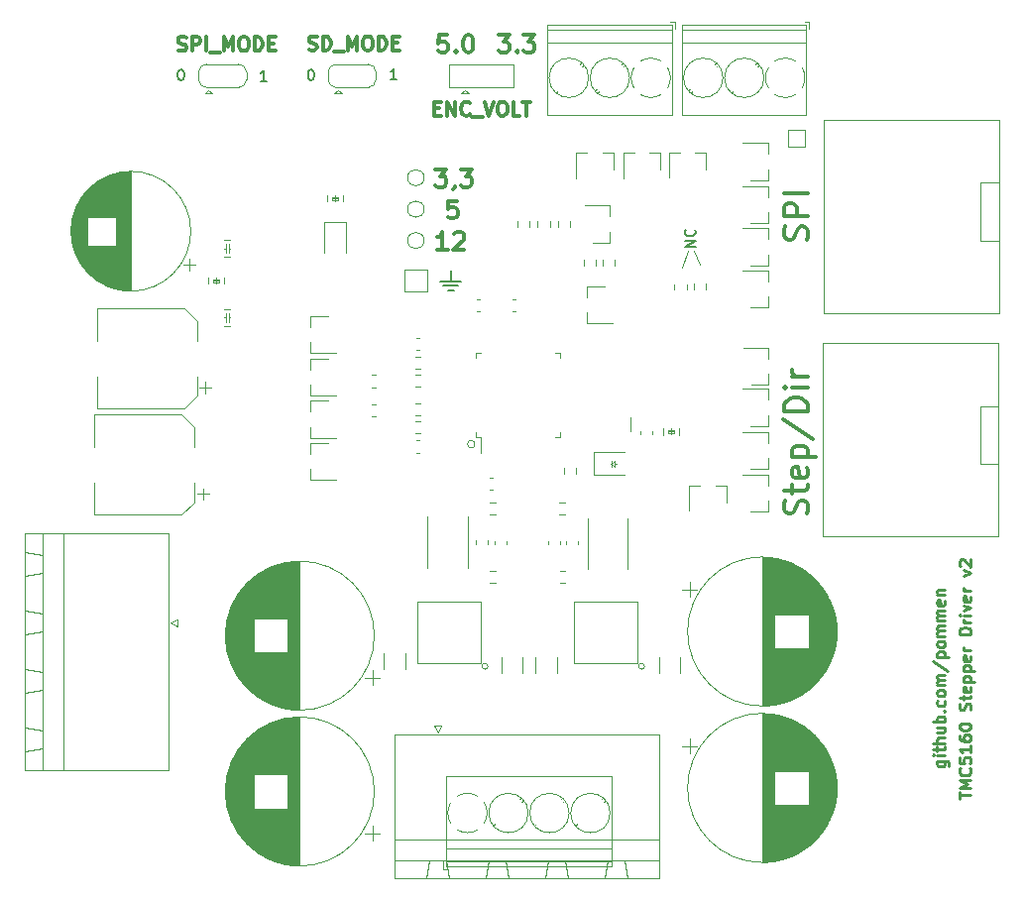
<source format=gbr>
G04 #@! TF.GenerationSoftware,KiCad,Pcbnew,(5.1.8)-1*
G04 #@! TF.CreationDate,2021-01-05T07:53:38+01:00*
G04 #@! TF.ProjectId,TMC51604Axis,544d4335-3136-4303-9441-7869732e6b69,rev?*
G04 #@! TF.SameCoordinates,Original*
G04 #@! TF.FileFunction,Legend,Top*
G04 #@! TF.FilePolarity,Positive*
%FSLAX46Y46*%
G04 Gerber Fmt 4.6, Leading zero omitted, Abs format (unit mm)*
G04 Created by KiCad (PCBNEW (5.1.8)-1) date 2021-01-05 07:53:38*
%MOMM*%
%LPD*%
G01*
G04 APERTURE LIST*
%ADD10C,0.120000*%
%ADD11C,0.150000*%
%ADD12C,0.300000*%
%ADD13C,0.250000*%
%ADD14C,0.200000*%
G04 APERTURE END LIST*
D10*
X113487200Y-81076800D02*
X113995200Y-82296000D01*
X113030000Y-81076800D02*
X112471200Y-82499200D01*
D11*
X113640342Y-80717142D02*
X112740342Y-80717142D01*
X113640342Y-80202857D01*
X112740342Y-80202857D01*
X113554628Y-79260000D02*
X113597485Y-79302857D01*
X113640342Y-79431428D01*
X113640342Y-79517142D01*
X113597485Y-79645714D01*
X113511771Y-79731428D01*
X113426057Y-79774285D01*
X113254628Y-79817142D01*
X113126057Y-79817142D01*
X112954628Y-79774285D01*
X112868914Y-79731428D01*
X112783200Y-79645714D01*
X112740342Y-79517142D01*
X112740342Y-79431428D01*
X112783200Y-79302857D01*
X112826057Y-79260000D01*
X69654742Y-65597942D02*
X69740457Y-65597942D01*
X69826171Y-65640800D01*
X69869028Y-65683657D01*
X69911885Y-65769371D01*
X69954742Y-65940800D01*
X69954742Y-66155085D01*
X69911885Y-66326514D01*
X69869028Y-66412228D01*
X69826171Y-66455085D01*
X69740457Y-66497942D01*
X69654742Y-66497942D01*
X69569028Y-66455085D01*
X69526171Y-66412228D01*
X69483314Y-66326514D01*
X69440457Y-66155085D01*
X69440457Y-65940800D01*
X69483314Y-65769371D01*
X69526171Y-65683657D01*
X69569028Y-65640800D01*
X69654742Y-65597942D01*
X88141142Y-66396342D02*
X87626857Y-66396342D01*
X87884000Y-66396342D02*
X87884000Y-65496342D01*
X87798285Y-65624914D01*
X87712571Y-65710628D01*
X87626857Y-65753485D01*
D12*
X69466342Y-63934914D02*
X69637771Y-63992057D01*
X69923485Y-63992057D01*
X70037771Y-63934914D01*
X70094914Y-63877771D01*
X70152057Y-63763485D01*
X70152057Y-63649200D01*
X70094914Y-63534914D01*
X70037771Y-63477771D01*
X69923485Y-63420628D01*
X69694914Y-63363485D01*
X69580628Y-63306342D01*
X69523485Y-63249200D01*
X69466342Y-63134914D01*
X69466342Y-63020628D01*
X69523485Y-62906342D01*
X69580628Y-62849200D01*
X69694914Y-62792057D01*
X69980628Y-62792057D01*
X70152057Y-62849200D01*
X70666342Y-63992057D02*
X70666342Y-62792057D01*
X71123485Y-62792057D01*
X71237771Y-62849200D01*
X71294914Y-62906342D01*
X71352057Y-63020628D01*
X71352057Y-63192057D01*
X71294914Y-63306342D01*
X71237771Y-63363485D01*
X71123485Y-63420628D01*
X70666342Y-63420628D01*
X71866342Y-63992057D02*
X71866342Y-62792057D01*
X72152057Y-64106342D02*
X73066342Y-64106342D01*
X73352057Y-63992057D02*
X73352057Y-62792057D01*
X73752057Y-63649200D01*
X74152057Y-62792057D01*
X74152057Y-63992057D01*
X74952057Y-62792057D02*
X75180628Y-62792057D01*
X75294914Y-62849200D01*
X75409200Y-62963485D01*
X75466342Y-63192057D01*
X75466342Y-63592057D01*
X75409200Y-63820628D01*
X75294914Y-63934914D01*
X75180628Y-63992057D01*
X74952057Y-63992057D01*
X74837771Y-63934914D01*
X74723485Y-63820628D01*
X74666342Y-63592057D01*
X74666342Y-63192057D01*
X74723485Y-62963485D01*
X74837771Y-62849200D01*
X74952057Y-62792057D01*
X75980628Y-63992057D02*
X75980628Y-62792057D01*
X76266342Y-62792057D01*
X76437771Y-62849200D01*
X76552057Y-62963485D01*
X76609200Y-63077771D01*
X76666342Y-63306342D01*
X76666342Y-63477771D01*
X76609200Y-63706342D01*
X76552057Y-63820628D01*
X76437771Y-63934914D01*
X76266342Y-63992057D01*
X75980628Y-63992057D01*
X77180628Y-63363485D02*
X77580628Y-63363485D01*
X77752057Y-63992057D02*
X77180628Y-63992057D01*
X77180628Y-62792057D01*
X77752057Y-62792057D01*
X123135923Y-103532819D02*
X123231161Y-103247104D01*
X123231161Y-102770914D01*
X123135923Y-102580438D01*
X123040685Y-102485200D01*
X122850209Y-102389961D01*
X122659733Y-102389961D01*
X122469257Y-102485200D01*
X122374019Y-102580438D01*
X122278780Y-102770914D01*
X122183542Y-103151866D01*
X122088304Y-103342342D01*
X121993066Y-103437580D01*
X121802590Y-103532819D01*
X121612114Y-103532819D01*
X121421638Y-103437580D01*
X121326400Y-103342342D01*
X121231161Y-103151866D01*
X121231161Y-102675676D01*
X121326400Y-102389961D01*
X121897828Y-101818533D02*
X121897828Y-101056628D01*
X121231161Y-101532819D02*
X122945447Y-101532819D01*
X123135923Y-101437580D01*
X123231161Y-101247104D01*
X123231161Y-101056628D01*
X123135923Y-99628057D02*
X123231161Y-99818533D01*
X123231161Y-100199485D01*
X123135923Y-100389961D01*
X122945447Y-100485200D01*
X122183542Y-100485200D01*
X121993066Y-100389961D01*
X121897828Y-100199485D01*
X121897828Y-99818533D01*
X121993066Y-99628057D01*
X122183542Y-99532819D01*
X122374019Y-99532819D01*
X122564495Y-100485200D01*
X121897828Y-98675676D02*
X123897828Y-98675676D01*
X121993066Y-98675676D02*
X121897828Y-98485200D01*
X121897828Y-98104247D01*
X121993066Y-97913771D01*
X122088304Y-97818533D01*
X122278780Y-97723295D01*
X122850209Y-97723295D01*
X123040685Y-97818533D01*
X123135923Y-97913771D01*
X123231161Y-98104247D01*
X123231161Y-98485200D01*
X123135923Y-98675676D01*
X121135923Y-95437580D02*
X123707352Y-97151866D01*
X123231161Y-94770914D02*
X121231161Y-94770914D01*
X121231161Y-94294723D01*
X121326400Y-94009009D01*
X121516876Y-93818533D01*
X121707352Y-93723295D01*
X122088304Y-93628057D01*
X122374019Y-93628057D01*
X122754971Y-93723295D01*
X122945447Y-93818533D01*
X123135923Y-94009009D01*
X123231161Y-94294723D01*
X123231161Y-94770914D01*
X123231161Y-92770914D02*
X121897828Y-92770914D01*
X121231161Y-92770914D02*
X121326400Y-92866152D01*
X121421638Y-92770914D01*
X121326400Y-92675676D01*
X121231161Y-92770914D01*
X121421638Y-92770914D01*
X123231161Y-91818533D02*
X121897828Y-91818533D01*
X122278780Y-91818533D02*
X122088304Y-91723295D01*
X121993066Y-91628057D01*
X121897828Y-91437580D01*
X121897828Y-91247104D01*
X123135923Y-80127219D02*
X123231161Y-79841504D01*
X123231161Y-79365314D01*
X123135923Y-79174838D01*
X123040685Y-79079600D01*
X122850209Y-78984361D01*
X122659733Y-78984361D01*
X122469257Y-79079600D01*
X122374019Y-79174838D01*
X122278780Y-79365314D01*
X122183542Y-79746266D01*
X122088304Y-79936742D01*
X121993066Y-80031980D01*
X121802590Y-80127219D01*
X121612114Y-80127219D01*
X121421638Y-80031980D01*
X121326400Y-79936742D01*
X121231161Y-79746266D01*
X121231161Y-79270076D01*
X121326400Y-78984361D01*
X123231161Y-78127219D02*
X121231161Y-78127219D01*
X121231161Y-77365314D01*
X121326400Y-77174838D01*
X121421638Y-77079600D01*
X121612114Y-76984361D01*
X121897828Y-76984361D01*
X122088304Y-77079600D01*
X122183542Y-77174838D01*
X122278780Y-77365314D01*
X122278780Y-78127219D01*
X123231161Y-76127219D02*
X121231161Y-76127219D01*
D10*
X94813279Y-97586800D02*
G75*
G03*
X94813279Y-97586800I-325279J0D01*
G01*
D11*
X80779942Y-65597942D02*
X80865657Y-65597942D01*
X80951371Y-65640800D01*
X80994228Y-65683657D01*
X81037085Y-65769371D01*
X81079942Y-65940800D01*
X81079942Y-66155085D01*
X81037085Y-66326514D01*
X80994228Y-66412228D01*
X80951371Y-66455085D01*
X80865657Y-66497942D01*
X80779942Y-66497942D01*
X80694228Y-66455085D01*
X80651371Y-66412228D01*
X80608514Y-66326514D01*
X80565657Y-66155085D01*
X80565657Y-65940800D01*
X80608514Y-65769371D01*
X80651371Y-65683657D01*
X80694228Y-65640800D01*
X80779942Y-65597942D01*
X77015942Y-66548742D02*
X76501657Y-66548742D01*
X76758800Y-66548742D02*
X76758800Y-65648742D01*
X76673085Y-65777314D01*
X76587371Y-65863028D01*
X76501657Y-65905885D01*
D13*
X134278714Y-124633738D02*
X135088238Y-124633738D01*
X135183476Y-124681357D01*
X135231095Y-124728976D01*
X135278714Y-124824214D01*
X135278714Y-124967071D01*
X135231095Y-125062309D01*
X134897761Y-124633738D02*
X134945380Y-124728976D01*
X134945380Y-124919452D01*
X134897761Y-125014690D01*
X134850142Y-125062309D01*
X134754904Y-125109928D01*
X134469190Y-125109928D01*
X134373952Y-125062309D01*
X134326333Y-125014690D01*
X134278714Y-124919452D01*
X134278714Y-124728976D01*
X134326333Y-124633738D01*
X134945380Y-124157547D02*
X134278714Y-124157547D01*
X133945380Y-124157547D02*
X133993000Y-124205166D01*
X134040619Y-124157547D01*
X133993000Y-124109928D01*
X133945380Y-124157547D01*
X134040619Y-124157547D01*
X134278714Y-123824214D02*
X134278714Y-123443261D01*
X133945380Y-123681357D02*
X134802523Y-123681357D01*
X134897761Y-123633738D01*
X134945380Y-123538500D01*
X134945380Y-123443261D01*
X134945380Y-123109928D02*
X133945380Y-123109928D01*
X134945380Y-122681357D02*
X134421571Y-122681357D01*
X134326333Y-122728976D01*
X134278714Y-122824214D01*
X134278714Y-122967071D01*
X134326333Y-123062309D01*
X134373952Y-123109928D01*
X134278714Y-121776595D02*
X134945380Y-121776595D01*
X134278714Y-122205166D02*
X134802523Y-122205166D01*
X134897761Y-122157547D01*
X134945380Y-122062309D01*
X134945380Y-121919452D01*
X134897761Y-121824214D01*
X134850142Y-121776595D01*
X134945380Y-121300404D02*
X133945380Y-121300404D01*
X134326333Y-121300404D02*
X134278714Y-121205166D01*
X134278714Y-121014690D01*
X134326333Y-120919452D01*
X134373952Y-120871833D01*
X134469190Y-120824214D01*
X134754904Y-120824214D01*
X134850142Y-120871833D01*
X134897761Y-120919452D01*
X134945380Y-121014690D01*
X134945380Y-121205166D01*
X134897761Y-121300404D01*
X134850142Y-120395642D02*
X134897761Y-120348023D01*
X134945380Y-120395642D01*
X134897761Y-120443261D01*
X134850142Y-120395642D01*
X134945380Y-120395642D01*
X134897761Y-119490880D02*
X134945380Y-119586119D01*
X134945380Y-119776595D01*
X134897761Y-119871833D01*
X134850142Y-119919452D01*
X134754904Y-119967071D01*
X134469190Y-119967071D01*
X134373952Y-119919452D01*
X134326333Y-119871833D01*
X134278714Y-119776595D01*
X134278714Y-119586119D01*
X134326333Y-119490880D01*
X134945380Y-118919452D02*
X134897761Y-119014690D01*
X134850142Y-119062309D01*
X134754904Y-119109928D01*
X134469190Y-119109928D01*
X134373952Y-119062309D01*
X134326333Y-119014690D01*
X134278714Y-118919452D01*
X134278714Y-118776595D01*
X134326333Y-118681357D01*
X134373952Y-118633738D01*
X134469190Y-118586119D01*
X134754904Y-118586119D01*
X134850142Y-118633738D01*
X134897761Y-118681357D01*
X134945380Y-118776595D01*
X134945380Y-118919452D01*
X134945380Y-118157547D02*
X134278714Y-118157547D01*
X134373952Y-118157547D02*
X134326333Y-118109928D01*
X134278714Y-118014690D01*
X134278714Y-117871833D01*
X134326333Y-117776595D01*
X134421571Y-117728976D01*
X134945380Y-117728976D01*
X134421571Y-117728976D02*
X134326333Y-117681357D01*
X134278714Y-117586119D01*
X134278714Y-117443261D01*
X134326333Y-117348023D01*
X134421571Y-117300404D01*
X134945380Y-117300404D01*
X133897761Y-116109928D02*
X135183476Y-116967071D01*
X134278714Y-115776595D02*
X135278714Y-115776595D01*
X134326333Y-115776595D02*
X134278714Y-115681357D01*
X134278714Y-115490880D01*
X134326333Y-115395642D01*
X134373952Y-115348023D01*
X134469190Y-115300404D01*
X134754904Y-115300404D01*
X134850142Y-115348023D01*
X134897761Y-115395642D01*
X134945380Y-115490880D01*
X134945380Y-115681357D01*
X134897761Y-115776595D01*
X134945380Y-114728976D02*
X134897761Y-114824214D01*
X134850142Y-114871833D01*
X134754904Y-114919452D01*
X134469190Y-114919452D01*
X134373952Y-114871833D01*
X134326333Y-114824214D01*
X134278714Y-114728976D01*
X134278714Y-114586119D01*
X134326333Y-114490880D01*
X134373952Y-114443261D01*
X134469190Y-114395642D01*
X134754904Y-114395642D01*
X134850142Y-114443261D01*
X134897761Y-114490880D01*
X134945380Y-114586119D01*
X134945380Y-114728976D01*
X134945380Y-113967071D02*
X134278714Y-113967071D01*
X134373952Y-113967071D02*
X134326333Y-113919452D01*
X134278714Y-113824214D01*
X134278714Y-113681357D01*
X134326333Y-113586119D01*
X134421571Y-113538500D01*
X134945380Y-113538500D01*
X134421571Y-113538500D02*
X134326333Y-113490880D01*
X134278714Y-113395642D01*
X134278714Y-113252785D01*
X134326333Y-113157547D01*
X134421571Y-113109928D01*
X134945380Y-113109928D01*
X134945380Y-112633738D02*
X134278714Y-112633738D01*
X134373952Y-112633738D02*
X134326333Y-112586119D01*
X134278714Y-112490880D01*
X134278714Y-112348023D01*
X134326333Y-112252785D01*
X134421571Y-112205166D01*
X134945380Y-112205166D01*
X134421571Y-112205166D02*
X134326333Y-112157547D01*
X134278714Y-112062309D01*
X134278714Y-111919452D01*
X134326333Y-111824214D01*
X134421571Y-111776595D01*
X134945380Y-111776595D01*
X134897761Y-110919452D02*
X134945380Y-111014690D01*
X134945380Y-111205166D01*
X134897761Y-111300404D01*
X134802523Y-111348023D01*
X134421571Y-111348023D01*
X134326333Y-111300404D01*
X134278714Y-111205166D01*
X134278714Y-111014690D01*
X134326333Y-110919452D01*
X134421571Y-110871833D01*
X134516809Y-110871833D01*
X134612047Y-111348023D01*
X134278714Y-110443261D02*
X134945380Y-110443261D01*
X134373952Y-110443261D02*
X134326333Y-110395642D01*
X134278714Y-110300404D01*
X134278714Y-110157547D01*
X134326333Y-110062309D01*
X134421571Y-110014690D01*
X134945380Y-110014690D01*
X136167880Y-127863904D02*
X136167880Y-127292476D01*
X137167880Y-127578190D02*
X136167880Y-127578190D01*
X137167880Y-126959142D02*
X136167880Y-126959142D01*
X136882166Y-126625809D01*
X136167880Y-126292476D01*
X137167880Y-126292476D01*
X137072642Y-125244857D02*
X137120261Y-125292476D01*
X137167880Y-125435333D01*
X137167880Y-125530571D01*
X137120261Y-125673428D01*
X137025023Y-125768666D01*
X136929785Y-125816285D01*
X136739309Y-125863904D01*
X136596452Y-125863904D01*
X136405976Y-125816285D01*
X136310738Y-125768666D01*
X136215500Y-125673428D01*
X136167880Y-125530571D01*
X136167880Y-125435333D01*
X136215500Y-125292476D01*
X136263119Y-125244857D01*
X136167880Y-124340095D02*
X136167880Y-124816285D01*
X136644071Y-124863904D01*
X136596452Y-124816285D01*
X136548833Y-124721047D01*
X136548833Y-124482952D01*
X136596452Y-124387714D01*
X136644071Y-124340095D01*
X136739309Y-124292476D01*
X136977404Y-124292476D01*
X137072642Y-124340095D01*
X137120261Y-124387714D01*
X137167880Y-124482952D01*
X137167880Y-124721047D01*
X137120261Y-124816285D01*
X137072642Y-124863904D01*
X137167880Y-123340095D02*
X137167880Y-123911523D01*
X137167880Y-123625809D02*
X136167880Y-123625809D01*
X136310738Y-123721047D01*
X136405976Y-123816285D01*
X136453595Y-123911523D01*
X136167880Y-122482952D02*
X136167880Y-122673428D01*
X136215500Y-122768666D01*
X136263119Y-122816285D01*
X136405976Y-122911523D01*
X136596452Y-122959142D01*
X136977404Y-122959142D01*
X137072642Y-122911523D01*
X137120261Y-122863904D01*
X137167880Y-122768666D01*
X137167880Y-122578190D01*
X137120261Y-122482952D01*
X137072642Y-122435333D01*
X136977404Y-122387714D01*
X136739309Y-122387714D01*
X136644071Y-122435333D01*
X136596452Y-122482952D01*
X136548833Y-122578190D01*
X136548833Y-122768666D01*
X136596452Y-122863904D01*
X136644071Y-122911523D01*
X136739309Y-122959142D01*
X136167880Y-121768666D02*
X136167880Y-121673428D01*
X136215500Y-121578190D01*
X136263119Y-121530571D01*
X136358357Y-121482952D01*
X136548833Y-121435333D01*
X136786928Y-121435333D01*
X136977404Y-121482952D01*
X137072642Y-121530571D01*
X137120261Y-121578190D01*
X137167880Y-121673428D01*
X137167880Y-121768666D01*
X137120261Y-121863904D01*
X137072642Y-121911523D01*
X136977404Y-121959142D01*
X136786928Y-122006761D01*
X136548833Y-122006761D01*
X136358357Y-121959142D01*
X136263119Y-121911523D01*
X136215500Y-121863904D01*
X136167880Y-121768666D01*
X137120261Y-120292476D02*
X137167880Y-120149619D01*
X137167880Y-119911523D01*
X137120261Y-119816285D01*
X137072642Y-119768666D01*
X136977404Y-119721047D01*
X136882166Y-119721047D01*
X136786928Y-119768666D01*
X136739309Y-119816285D01*
X136691690Y-119911523D01*
X136644071Y-120102000D01*
X136596452Y-120197238D01*
X136548833Y-120244857D01*
X136453595Y-120292476D01*
X136358357Y-120292476D01*
X136263119Y-120244857D01*
X136215500Y-120197238D01*
X136167880Y-120102000D01*
X136167880Y-119863904D01*
X136215500Y-119721047D01*
X136501214Y-119435333D02*
X136501214Y-119054380D01*
X136167880Y-119292476D02*
X137025023Y-119292476D01*
X137120261Y-119244857D01*
X137167880Y-119149619D01*
X137167880Y-119054380D01*
X137120261Y-118340095D02*
X137167880Y-118435333D01*
X137167880Y-118625809D01*
X137120261Y-118721047D01*
X137025023Y-118768666D01*
X136644071Y-118768666D01*
X136548833Y-118721047D01*
X136501214Y-118625809D01*
X136501214Y-118435333D01*
X136548833Y-118340095D01*
X136644071Y-118292476D01*
X136739309Y-118292476D01*
X136834547Y-118768666D01*
X136501214Y-117863904D02*
X137501214Y-117863904D01*
X136548833Y-117863904D02*
X136501214Y-117768666D01*
X136501214Y-117578190D01*
X136548833Y-117482952D01*
X136596452Y-117435333D01*
X136691690Y-117387714D01*
X136977404Y-117387714D01*
X137072642Y-117435333D01*
X137120261Y-117482952D01*
X137167880Y-117578190D01*
X137167880Y-117768666D01*
X137120261Y-117863904D01*
X136501214Y-116959142D02*
X137501214Y-116959142D01*
X136548833Y-116959142D02*
X136501214Y-116863904D01*
X136501214Y-116673428D01*
X136548833Y-116578190D01*
X136596452Y-116530571D01*
X136691690Y-116482952D01*
X136977404Y-116482952D01*
X137072642Y-116530571D01*
X137120261Y-116578190D01*
X137167880Y-116673428D01*
X137167880Y-116863904D01*
X137120261Y-116959142D01*
X137120261Y-115673428D02*
X137167880Y-115768666D01*
X137167880Y-115959142D01*
X137120261Y-116054380D01*
X137025023Y-116102000D01*
X136644071Y-116102000D01*
X136548833Y-116054380D01*
X136501214Y-115959142D01*
X136501214Y-115768666D01*
X136548833Y-115673428D01*
X136644071Y-115625809D01*
X136739309Y-115625809D01*
X136834547Y-116102000D01*
X137167880Y-115197238D02*
X136501214Y-115197238D01*
X136691690Y-115197238D02*
X136596452Y-115149619D01*
X136548833Y-115102000D01*
X136501214Y-115006761D01*
X136501214Y-114911523D01*
X137167880Y-113816285D02*
X136167880Y-113816285D01*
X136167880Y-113578190D01*
X136215500Y-113435333D01*
X136310738Y-113340095D01*
X136405976Y-113292476D01*
X136596452Y-113244857D01*
X136739309Y-113244857D01*
X136929785Y-113292476D01*
X137025023Y-113340095D01*
X137120261Y-113435333D01*
X137167880Y-113578190D01*
X137167880Y-113816285D01*
X137167880Y-112816285D02*
X136501214Y-112816285D01*
X136691690Y-112816285D02*
X136596452Y-112768666D01*
X136548833Y-112721047D01*
X136501214Y-112625809D01*
X136501214Y-112530571D01*
X137167880Y-112197238D02*
X136501214Y-112197238D01*
X136167880Y-112197238D02*
X136215500Y-112244857D01*
X136263119Y-112197238D01*
X136215500Y-112149619D01*
X136167880Y-112197238D01*
X136263119Y-112197238D01*
X136501214Y-111816285D02*
X137167880Y-111578190D01*
X136501214Y-111340095D01*
X137120261Y-110578190D02*
X137167880Y-110673428D01*
X137167880Y-110863904D01*
X137120261Y-110959142D01*
X137025023Y-111006761D01*
X136644071Y-111006761D01*
X136548833Y-110959142D01*
X136501214Y-110863904D01*
X136501214Y-110673428D01*
X136548833Y-110578190D01*
X136644071Y-110530571D01*
X136739309Y-110530571D01*
X136834547Y-111006761D01*
X137167880Y-110102000D02*
X136501214Y-110102000D01*
X136691690Y-110102000D02*
X136596452Y-110054380D01*
X136548833Y-110006761D01*
X136501214Y-109911523D01*
X136501214Y-109816285D01*
X136501214Y-108816285D02*
X137167880Y-108578190D01*
X136501214Y-108340095D01*
X136263119Y-108006761D02*
X136215500Y-107959142D01*
X136167880Y-107863904D01*
X136167880Y-107625809D01*
X136215500Y-107530571D01*
X136263119Y-107482952D01*
X136358357Y-107435333D01*
X136453595Y-107435333D01*
X136596452Y-107482952D01*
X137167880Y-108054380D01*
X137167880Y-107435333D01*
D14*
X92735400Y-83667600D02*
X92735400Y-82778600D01*
X92481400Y-84429600D02*
X92989400Y-84429600D01*
X92100400Y-84048600D02*
X93370400Y-84048600D01*
X91846400Y-83667600D02*
X93624400Y-83667600D01*
D12*
X92475085Y-80993371D02*
X91617942Y-80993371D01*
X92046514Y-80993371D02*
X92046514Y-79493371D01*
X91903657Y-79707657D01*
X91760800Y-79850514D01*
X91617942Y-79921942D01*
X93046514Y-79636228D02*
X93117942Y-79564800D01*
X93260800Y-79493371D01*
X93617942Y-79493371D01*
X93760800Y-79564800D01*
X93832228Y-79636228D01*
X93903657Y-79779085D01*
X93903657Y-79921942D01*
X93832228Y-80136228D01*
X92975085Y-80993371D01*
X93903657Y-80993371D01*
X91443371Y-74108571D02*
X92371942Y-74108571D01*
X91871942Y-74680000D01*
X92086228Y-74680000D01*
X92229085Y-74751428D01*
X92300514Y-74822857D01*
X92371942Y-74965714D01*
X92371942Y-75322857D01*
X92300514Y-75465714D01*
X92229085Y-75537142D01*
X92086228Y-75608571D01*
X91657657Y-75608571D01*
X91514800Y-75537142D01*
X91443371Y-75465714D01*
X93086228Y-75537142D02*
X93086228Y-75608571D01*
X93014800Y-75751428D01*
X92943371Y-75822857D01*
X93586228Y-74108571D02*
X94514800Y-74108571D01*
X94014800Y-74680000D01*
X94229085Y-74680000D01*
X94371942Y-74751428D01*
X94443371Y-74822857D01*
X94514800Y-74965714D01*
X94514800Y-75322857D01*
X94443371Y-75465714D01*
X94371942Y-75537142D01*
X94229085Y-75608571D01*
X93800514Y-75608571D01*
X93657657Y-75537142D01*
X93586228Y-75465714D01*
X93270342Y-76800971D02*
X92556057Y-76800971D01*
X92484628Y-77515257D01*
X92556057Y-77443828D01*
X92698914Y-77372400D01*
X93056057Y-77372400D01*
X93198914Y-77443828D01*
X93270342Y-77515257D01*
X93341771Y-77658114D01*
X93341771Y-78015257D01*
X93270342Y-78158114D01*
X93198914Y-78229542D01*
X93056057Y-78300971D01*
X92698914Y-78300971D01*
X92556057Y-78229542D01*
X92484628Y-78158114D01*
X91323028Y-68900685D02*
X91723028Y-68900685D01*
X91894457Y-69529257D02*
X91323028Y-69529257D01*
X91323028Y-68329257D01*
X91894457Y-68329257D01*
X92408742Y-69529257D02*
X92408742Y-68329257D01*
X93094457Y-69529257D01*
X93094457Y-68329257D01*
X94351600Y-69414971D02*
X94294457Y-69472114D01*
X94123028Y-69529257D01*
X94008742Y-69529257D01*
X93837314Y-69472114D01*
X93723028Y-69357828D01*
X93665885Y-69243542D01*
X93608742Y-69014971D01*
X93608742Y-68843542D01*
X93665885Y-68614971D01*
X93723028Y-68500685D01*
X93837314Y-68386400D01*
X94008742Y-68329257D01*
X94123028Y-68329257D01*
X94294457Y-68386400D01*
X94351600Y-68443542D01*
X94580171Y-69643542D02*
X95494457Y-69643542D01*
X95608742Y-68329257D02*
X96008742Y-69529257D01*
X96408742Y-68329257D01*
X97037314Y-68329257D02*
X97265885Y-68329257D01*
X97380171Y-68386400D01*
X97494457Y-68500685D01*
X97551600Y-68729257D01*
X97551600Y-69129257D01*
X97494457Y-69357828D01*
X97380171Y-69472114D01*
X97265885Y-69529257D01*
X97037314Y-69529257D01*
X96923028Y-69472114D01*
X96808742Y-69357828D01*
X96751600Y-69129257D01*
X96751600Y-68729257D01*
X96808742Y-68500685D01*
X96923028Y-68386400D01*
X97037314Y-68329257D01*
X98637314Y-69529257D02*
X98065885Y-69529257D01*
X98065885Y-68329257D01*
X98865885Y-68329257D02*
X99551600Y-68329257D01*
X99208742Y-69529257D02*
X99208742Y-68329257D01*
X80623257Y-63884114D02*
X80794685Y-63941257D01*
X81080400Y-63941257D01*
X81194685Y-63884114D01*
X81251828Y-63826971D01*
X81308971Y-63712685D01*
X81308971Y-63598400D01*
X81251828Y-63484114D01*
X81194685Y-63426971D01*
X81080400Y-63369828D01*
X80851828Y-63312685D01*
X80737542Y-63255542D01*
X80680400Y-63198400D01*
X80623257Y-63084114D01*
X80623257Y-62969828D01*
X80680400Y-62855542D01*
X80737542Y-62798400D01*
X80851828Y-62741257D01*
X81137542Y-62741257D01*
X81308971Y-62798400D01*
X81823257Y-63941257D02*
X81823257Y-62741257D01*
X82108971Y-62741257D01*
X82280400Y-62798400D01*
X82394685Y-62912685D01*
X82451828Y-63026971D01*
X82508971Y-63255542D01*
X82508971Y-63426971D01*
X82451828Y-63655542D01*
X82394685Y-63769828D01*
X82280400Y-63884114D01*
X82108971Y-63941257D01*
X81823257Y-63941257D01*
X82737542Y-64055542D02*
X83651828Y-64055542D01*
X83937542Y-63941257D02*
X83937542Y-62741257D01*
X84337542Y-63598400D01*
X84737542Y-62741257D01*
X84737542Y-63941257D01*
X85537542Y-62741257D02*
X85766114Y-62741257D01*
X85880400Y-62798400D01*
X85994685Y-62912685D01*
X86051828Y-63141257D01*
X86051828Y-63541257D01*
X85994685Y-63769828D01*
X85880400Y-63884114D01*
X85766114Y-63941257D01*
X85537542Y-63941257D01*
X85423257Y-63884114D01*
X85308971Y-63769828D01*
X85251828Y-63541257D01*
X85251828Y-63141257D01*
X85308971Y-62912685D01*
X85423257Y-62798400D01*
X85537542Y-62741257D01*
X86566114Y-63941257D02*
X86566114Y-62741257D01*
X86851828Y-62741257D01*
X87023257Y-62798400D01*
X87137542Y-62912685D01*
X87194685Y-63026971D01*
X87251828Y-63255542D01*
X87251828Y-63426971D01*
X87194685Y-63655542D01*
X87137542Y-63769828D01*
X87023257Y-63884114D01*
X86851828Y-63941257D01*
X86566114Y-63941257D01*
X87766114Y-63312685D02*
X88166114Y-63312685D01*
X88337542Y-63941257D02*
X87766114Y-63941257D01*
X87766114Y-62741257D01*
X88337542Y-62741257D01*
X92452914Y-62627771D02*
X91738628Y-62627771D01*
X91667200Y-63342057D01*
X91738628Y-63270628D01*
X91881485Y-63199200D01*
X92238628Y-63199200D01*
X92381485Y-63270628D01*
X92452914Y-63342057D01*
X92524342Y-63484914D01*
X92524342Y-63842057D01*
X92452914Y-63984914D01*
X92381485Y-64056342D01*
X92238628Y-64127771D01*
X91881485Y-64127771D01*
X91738628Y-64056342D01*
X91667200Y-63984914D01*
X93167200Y-63984914D02*
X93238628Y-64056342D01*
X93167200Y-64127771D01*
X93095771Y-64056342D01*
X93167200Y-63984914D01*
X93167200Y-64127771D01*
X94167200Y-62627771D02*
X94310057Y-62627771D01*
X94452914Y-62699200D01*
X94524342Y-62770628D01*
X94595771Y-62913485D01*
X94667200Y-63199200D01*
X94667200Y-63556342D01*
X94595771Y-63842057D01*
X94524342Y-63984914D01*
X94452914Y-64056342D01*
X94310057Y-64127771D01*
X94167200Y-64127771D01*
X94024342Y-64056342D01*
X93952914Y-63984914D01*
X93881485Y-63842057D01*
X93810057Y-63556342D01*
X93810057Y-63199200D01*
X93881485Y-62913485D01*
X93952914Y-62770628D01*
X94024342Y-62699200D01*
X94167200Y-62627771D01*
X96828171Y-62627771D02*
X97756742Y-62627771D01*
X97256742Y-63199200D01*
X97471028Y-63199200D01*
X97613885Y-63270628D01*
X97685314Y-63342057D01*
X97756742Y-63484914D01*
X97756742Y-63842057D01*
X97685314Y-63984914D01*
X97613885Y-64056342D01*
X97471028Y-64127771D01*
X97042457Y-64127771D01*
X96899600Y-64056342D01*
X96828171Y-63984914D01*
X98399600Y-63984914D02*
X98471028Y-64056342D01*
X98399600Y-64127771D01*
X98328171Y-64056342D01*
X98399600Y-63984914D01*
X98399600Y-64127771D01*
X98971028Y-62627771D02*
X99899600Y-62627771D01*
X99399600Y-63199200D01*
X99613885Y-63199200D01*
X99756742Y-63270628D01*
X99828171Y-63342057D01*
X99899600Y-63484914D01*
X99899600Y-63842057D01*
X99828171Y-63984914D01*
X99756742Y-64056342D01*
X99613885Y-64127771D01*
X99185314Y-64127771D01*
X99042457Y-64056342D01*
X98971028Y-63984914D01*
D10*
X106489500Y-99250500D02*
X106489500Y-99504500D01*
X106489500Y-99250500D02*
X106489500Y-98996500D01*
X106743500Y-99250500D02*
X106870500Y-99250500D01*
X106743500Y-99504500D02*
X106489500Y-99250500D01*
X106743500Y-98996500D02*
X106743500Y-99504500D01*
X106489500Y-99250500D02*
X106743500Y-98996500D01*
X106362500Y-99250500D02*
X106489500Y-99250500D01*
X107616500Y-98290500D02*
X104931500Y-98290500D01*
X104931500Y-98290500D02*
X104931500Y-100210500D01*
X104931500Y-100210500D02*
X107616500Y-100210500D01*
X114568500Y-83887542D02*
X114568500Y-84362058D01*
X113523500Y-83887542D02*
X113523500Y-84362058D01*
X112892100Y-83938342D02*
X112892100Y-84412858D01*
X111847100Y-83938342D02*
X111847100Y-84412858D01*
X72053600Y-67327801D02*
X72353600Y-67627801D01*
X71753600Y-67627801D02*
X72353600Y-67627801D01*
X72053600Y-67327801D02*
X71753600Y-67627801D01*
X71203600Y-66427801D02*
X71203600Y-65827801D01*
X74653600Y-67127801D02*
X71853600Y-67127801D01*
X75303600Y-65827801D02*
X75303600Y-66427801D01*
X71853600Y-65127801D02*
X74653600Y-65127801D01*
X71203600Y-65827801D02*
G75*
G02*
X71903600Y-65127801I700000J0D01*
G01*
X71903600Y-67127801D02*
G75*
G02*
X71203600Y-66427801I0J700000D01*
G01*
X75303600Y-66427801D02*
G75*
G02*
X74603600Y-67127801I-700000J0D01*
G01*
X74603600Y-65127801D02*
G75*
G02*
X75303600Y-65827801I0J-700000D01*
G01*
X83112600Y-67327801D02*
X83412600Y-67627801D01*
X82812600Y-67627801D02*
X83412600Y-67627801D01*
X83112600Y-67327801D02*
X82812600Y-67627801D01*
X82262600Y-66427801D02*
X82262600Y-65827801D01*
X85712600Y-67127801D02*
X82912600Y-67127801D01*
X86362600Y-65827801D02*
X86362600Y-66427801D01*
X82912600Y-65127801D02*
X85712600Y-65127801D01*
X82262600Y-65827801D02*
G75*
G02*
X82962600Y-65127801I700000J0D01*
G01*
X82962600Y-67127801D02*
G75*
G02*
X82262600Y-66427801I0J700000D01*
G01*
X86362600Y-66427801D02*
G75*
G02*
X85662600Y-67127801I-700000J0D01*
G01*
X85662600Y-65127801D02*
G75*
G02*
X86362600Y-65827801I0J-700000D01*
G01*
X86216800Y-113944400D02*
G75*
G03*
X86216800Y-113944400I-6370000J0D01*
G01*
X79846800Y-120274400D02*
X79846800Y-107614400D01*
X79806800Y-120274400D02*
X79806800Y-107614400D01*
X79766800Y-120274400D02*
X79766800Y-107614400D01*
X79726800Y-120273400D02*
X79726800Y-107615400D01*
X79686800Y-120272400D02*
X79686800Y-107616400D01*
X79646800Y-120271400D02*
X79646800Y-107617400D01*
X79606800Y-120270400D02*
X79606800Y-107618400D01*
X79566800Y-120268400D02*
X79566800Y-107620400D01*
X79526800Y-120266400D02*
X79526800Y-107622400D01*
X79486800Y-120264400D02*
X79486800Y-107624400D01*
X79446800Y-120262400D02*
X79446800Y-107626400D01*
X79406800Y-120259400D02*
X79406800Y-107629400D01*
X79366800Y-120256400D02*
X79366800Y-107632400D01*
X79326800Y-120253400D02*
X79326800Y-107635400D01*
X79286800Y-120250400D02*
X79286800Y-107638400D01*
X79246800Y-120246400D02*
X79246800Y-107642400D01*
X79206800Y-120242400D02*
X79206800Y-107646400D01*
X79166800Y-120238400D02*
X79166800Y-107650400D01*
X79125800Y-120234400D02*
X79125800Y-107654400D01*
X79085800Y-120229400D02*
X79085800Y-107659400D01*
X79045800Y-120224400D02*
X79045800Y-107664400D01*
X79005800Y-120219400D02*
X79005800Y-107669400D01*
X78965800Y-120213400D02*
X78965800Y-107675400D01*
X78925800Y-120208400D02*
X78925800Y-107680400D01*
X78885800Y-120202400D02*
X78885800Y-107686400D01*
X78845800Y-120196400D02*
X78845800Y-107692400D01*
X78805800Y-120189400D02*
X78805800Y-107699400D01*
X78765800Y-120182400D02*
X78765800Y-115384400D01*
X78765800Y-112504400D02*
X78765800Y-107706400D01*
X78725800Y-120175400D02*
X78725800Y-115384400D01*
X78725800Y-112504400D02*
X78725800Y-107713400D01*
X78685800Y-120168400D02*
X78685800Y-115384400D01*
X78685800Y-112504400D02*
X78685800Y-107720400D01*
X78645800Y-120160400D02*
X78645800Y-115384400D01*
X78645800Y-112504400D02*
X78645800Y-107728400D01*
X78605800Y-120153400D02*
X78605800Y-115384400D01*
X78605800Y-112504400D02*
X78605800Y-107735400D01*
X78565800Y-120145400D02*
X78565800Y-115384400D01*
X78565800Y-112504400D02*
X78565800Y-107743400D01*
X78525800Y-120136400D02*
X78525800Y-115384400D01*
X78525800Y-112504400D02*
X78525800Y-107752400D01*
X78485800Y-120128400D02*
X78485800Y-115384400D01*
X78485800Y-112504400D02*
X78485800Y-107760400D01*
X78445800Y-120119400D02*
X78445800Y-115384400D01*
X78445800Y-112504400D02*
X78445800Y-107769400D01*
X78405800Y-120110400D02*
X78405800Y-115384400D01*
X78405800Y-112504400D02*
X78405800Y-107778400D01*
X78365800Y-120100400D02*
X78365800Y-115384400D01*
X78365800Y-112504400D02*
X78365800Y-107788400D01*
X78325800Y-120090400D02*
X78325800Y-115384400D01*
X78325800Y-112504400D02*
X78325800Y-107798400D01*
X78285800Y-120081400D02*
X78285800Y-115384400D01*
X78285800Y-112504400D02*
X78285800Y-107807400D01*
X78245800Y-120070400D02*
X78245800Y-115384400D01*
X78245800Y-112504400D02*
X78245800Y-107818400D01*
X78205800Y-120060400D02*
X78205800Y-115384400D01*
X78205800Y-112504400D02*
X78205800Y-107828400D01*
X78165800Y-120049400D02*
X78165800Y-115384400D01*
X78165800Y-112504400D02*
X78165800Y-107839400D01*
X78125800Y-120038400D02*
X78125800Y-115384400D01*
X78125800Y-112504400D02*
X78125800Y-107850400D01*
X78085800Y-120027400D02*
X78085800Y-115384400D01*
X78085800Y-112504400D02*
X78085800Y-107861400D01*
X78045800Y-120015400D02*
X78045800Y-115384400D01*
X78045800Y-112504400D02*
X78045800Y-107873400D01*
X78005800Y-120003400D02*
X78005800Y-115384400D01*
X78005800Y-112504400D02*
X78005800Y-107885400D01*
X77965800Y-119991400D02*
X77965800Y-115384400D01*
X77965800Y-112504400D02*
X77965800Y-107897400D01*
X77925800Y-119978400D02*
X77925800Y-115384400D01*
X77925800Y-112504400D02*
X77925800Y-107910400D01*
X77885800Y-119965400D02*
X77885800Y-115384400D01*
X77885800Y-112504400D02*
X77885800Y-107923400D01*
X77845800Y-119952400D02*
X77845800Y-115384400D01*
X77845800Y-112504400D02*
X77845800Y-107936400D01*
X77805800Y-119939400D02*
X77805800Y-115384400D01*
X77805800Y-112504400D02*
X77805800Y-107949400D01*
X77765800Y-119925400D02*
X77765800Y-115384400D01*
X77765800Y-112504400D02*
X77765800Y-107963400D01*
X77725800Y-119911400D02*
X77725800Y-115384400D01*
X77725800Y-112504400D02*
X77725800Y-107977400D01*
X77685800Y-119897400D02*
X77685800Y-115384400D01*
X77685800Y-112504400D02*
X77685800Y-107991400D01*
X77645800Y-119883400D02*
X77645800Y-115384400D01*
X77645800Y-112504400D02*
X77645800Y-108005400D01*
X77605800Y-119868400D02*
X77605800Y-115384400D01*
X77605800Y-112504400D02*
X77605800Y-108020400D01*
X77565800Y-119852400D02*
X77565800Y-115384400D01*
X77565800Y-112504400D02*
X77565800Y-108036400D01*
X77525800Y-119837400D02*
X77525800Y-115384400D01*
X77525800Y-112504400D02*
X77525800Y-108051400D01*
X77485800Y-119821400D02*
X77485800Y-115384400D01*
X77485800Y-112504400D02*
X77485800Y-108067400D01*
X77445800Y-119805400D02*
X77445800Y-115384400D01*
X77445800Y-112504400D02*
X77445800Y-108083400D01*
X77405800Y-119789400D02*
X77405800Y-115384400D01*
X77405800Y-112504400D02*
X77405800Y-108099400D01*
X77365800Y-119772400D02*
X77365800Y-115384400D01*
X77365800Y-112504400D02*
X77365800Y-108116400D01*
X77325800Y-119755400D02*
X77325800Y-115384400D01*
X77325800Y-112504400D02*
X77325800Y-108133400D01*
X77285800Y-119737400D02*
X77285800Y-115384400D01*
X77285800Y-112504400D02*
X77285800Y-108151400D01*
X77245800Y-119720400D02*
X77245800Y-115384400D01*
X77245800Y-112504400D02*
X77245800Y-108168400D01*
X77205800Y-119702400D02*
X77205800Y-115384400D01*
X77205800Y-112504400D02*
X77205800Y-108186400D01*
X77165800Y-119683400D02*
X77165800Y-115384400D01*
X77165800Y-112504400D02*
X77165800Y-108205400D01*
X77125800Y-119665400D02*
X77125800Y-115384400D01*
X77125800Y-112504400D02*
X77125800Y-108223400D01*
X77085800Y-119646400D02*
X77085800Y-115384400D01*
X77085800Y-112504400D02*
X77085800Y-108242400D01*
X77045800Y-119626400D02*
X77045800Y-115384400D01*
X77045800Y-112504400D02*
X77045800Y-108262400D01*
X77005800Y-119606400D02*
X77005800Y-115384400D01*
X77005800Y-112504400D02*
X77005800Y-108282400D01*
X76965800Y-119586400D02*
X76965800Y-115384400D01*
X76965800Y-112504400D02*
X76965800Y-108302400D01*
X76925800Y-119566400D02*
X76925800Y-115384400D01*
X76925800Y-112504400D02*
X76925800Y-108322400D01*
X76885800Y-119545400D02*
X76885800Y-115384400D01*
X76885800Y-112504400D02*
X76885800Y-108343400D01*
X76845800Y-119524400D02*
X76845800Y-115384400D01*
X76845800Y-112504400D02*
X76845800Y-108364400D01*
X76805800Y-119502400D02*
X76805800Y-115384400D01*
X76805800Y-112504400D02*
X76805800Y-108386400D01*
X76765800Y-119480400D02*
X76765800Y-115384400D01*
X76765800Y-112504400D02*
X76765800Y-108408400D01*
X76725800Y-119458400D02*
X76725800Y-115384400D01*
X76725800Y-112504400D02*
X76725800Y-108430400D01*
X76685800Y-119435400D02*
X76685800Y-115384400D01*
X76685800Y-112504400D02*
X76685800Y-108453400D01*
X76645800Y-119412400D02*
X76645800Y-115384400D01*
X76645800Y-112504400D02*
X76645800Y-108476400D01*
X76605800Y-119389400D02*
X76605800Y-115384400D01*
X76605800Y-112504400D02*
X76605800Y-108499400D01*
X76565800Y-119365400D02*
X76565800Y-115384400D01*
X76565800Y-112504400D02*
X76565800Y-108523400D01*
X76525800Y-119341400D02*
X76525800Y-115384400D01*
X76525800Y-112504400D02*
X76525800Y-108547400D01*
X76485800Y-119316400D02*
X76485800Y-115384400D01*
X76485800Y-112504400D02*
X76485800Y-108572400D01*
X76445800Y-119291400D02*
X76445800Y-115384400D01*
X76445800Y-112504400D02*
X76445800Y-108597400D01*
X76405800Y-119266400D02*
X76405800Y-115384400D01*
X76405800Y-112504400D02*
X76405800Y-108622400D01*
X76365800Y-119240400D02*
X76365800Y-115384400D01*
X76365800Y-112504400D02*
X76365800Y-108648400D01*
X76325800Y-119214400D02*
X76325800Y-115384400D01*
X76325800Y-112504400D02*
X76325800Y-108674400D01*
X76285800Y-119187400D02*
X76285800Y-115384400D01*
X76285800Y-112504400D02*
X76285800Y-108701400D01*
X76245800Y-119160400D02*
X76245800Y-115384400D01*
X76245800Y-112504400D02*
X76245800Y-108728400D01*
X76205800Y-119132400D02*
X76205800Y-115384400D01*
X76205800Y-112504400D02*
X76205800Y-108756400D01*
X76165800Y-119104400D02*
X76165800Y-115384400D01*
X76165800Y-112504400D02*
X76165800Y-108784400D01*
X76125800Y-119075400D02*
X76125800Y-115384400D01*
X76125800Y-112504400D02*
X76125800Y-108813400D01*
X76085800Y-119046400D02*
X76085800Y-115384400D01*
X76085800Y-112504400D02*
X76085800Y-108842400D01*
X76045800Y-119017400D02*
X76045800Y-115384400D01*
X76045800Y-112504400D02*
X76045800Y-108871400D01*
X76005800Y-118987400D02*
X76005800Y-115384400D01*
X76005800Y-112504400D02*
X76005800Y-108901400D01*
X75965800Y-118956400D02*
X75965800Y-115384400D01*
X75965800Y-112504400D02*
X75965800Y-108932400D01*
X75925800Y-118926400D02*
X75925800Y-115384400D01*
X75925800Y-112504400D02*
X75925800Y-108962400D01*
X75885800Y-118894400D02*
X75885800Y-108994400D01*
X75845800Y-118862400D02*
X75845800Y-109026400D01*
X75805800Y-118829400D02*
X75805800Y-109059400D01*
X75765800Y-118796400D02*
X75765800Y-109092400D01*
X75725800Y-118763400D02*
X75725800Y-109125400D01*
X75685800Y-118729400D02*
X75685800Y-109159400D01*
X75645800Y-118694400D02*
X75645800Y-109194400D01*
X75605800Y-118658400D02*
X75605800Y-109230400D01*
X75565800Y-118622400D02*
X75565800Y-109266400D01*
X75525800Y-118586400D02*
X75525800Y-109302400D01*
X75485800Y-118549400D02*
X75485800Y-109339400D01*
X75445800Y-118511400D02*
X75445800Y-109377400D01*
X75405800Y-118472400D02*
X75405800Y-109416400D01*
X75365800Y-118433400D02*
X75365800Y-109455400D01*
X75325800Y-118393400D02*
X75325800Y-109495400D01*
X75285800Y-118352400D02*
X75285800Y-109536400D01*
X75245800Y-118311400D02*
X75245800Y-109577400D01*
X75205800Y-118269400D02*
X75205800Y-109619400D01*
X75165800Y-118226400D02*
X75165800Y-109662400D01*
X75125800Y-118182400D02*
X75125800Y-109706400D01*
X75085800Y-118138400D02*
X75085800Y-109750400D01*
X75045800Y-118092400D02*
X75045800Y-109796400D01*
X75005800Y-118046400D02*
X75005800Y-109842400D01*
X74965800Y-117999400D02*
X74965800Y-109889400D01*
X74925800Y-117951400D02*
X74925800Y-109937400D01*
X74885800Y-117901400D02*
X74885800Y-109987400D01*
X74845800Y-117851400D02*
X74845800Y-110037400D01*
X74805800Y-117800400D02*
X74805800Y-110088400D01*
X74765800Y-117748400D02*
X74765800Y-110140400D01*
X74725800Y-117694400D02*
X74725800Y-110194400D01*
X74685800Y-117640400D02*
X74685800Y-110248400D01*
X74645800Y-117584400D02*
X74645800Y-110304400D01*
X74605800Y-117527400D02*
X74605800Y-110361400D01*
X74565800Y-117468400D02*
X74565800Y-110420400D01*
X74525800Y-117408400D02*
X74525800Y-110480400D01*
X74485800Y-117346400D02*
X74485800Y-110542400D01*
X74445800Y-117283400D02*
X74445800Y-110605400D01*
X74405800Y-117219400D02*
X74405800Y-110669400D01*
X74365800Y-117152400D02*
X74365800Y-110736400D01*
X74325800Y-117084400D02*
X74325800Y-110804400D01*
X74285800Y-117013400D02*
X74285800Y-110875400D01*
X74245800Y-116940400D02*
X74245800Y-110948400D01*
X74205800Y-116865400D02*
X74205800Y-111023400D01*
X74165800Y-116788400D02*
X74165800Y-111100400D01*
X74125800Y-116708400D02*
X74125800Y-111180400D01*
X74085800Y-116625400D02*
X74085800Y-111263400D01*
X74045800Y-116538400D02*
X74045800Y-111350400D01*
X74005800Y-116448400D02*
X74005800Y-111440400D01*
X73965800Y-116354400D02*
X73965800Y-111534400D01*
X73925800Y-116256400D02*
X73925800Y-111632400D01*
X73885800Y-116153400D02*
X73885800Y-111735400D01*
X73845800Y-116044400D02*
X73845800Y-111844400D01*
X73805800Y-115928400D02*
X73805800Y-111960400D01*
X73765800Y-115805400D02*
X73765800Y-112083400D01*
X73725800Y-115672400D02*
X73725800Y-112216400D01*
X73685800Y-115527400D02*
X73685800Y-112361400D01*
X73645800Y-115366400D02*
X73645800Y-112522400D01*
X73605800Y-115185400D02*
X73605800Y-112703400D01*
X73565800Y-114972400D02*
X73565800Y-112916400D01*
X73525800Y-114701400D02*
X73525800Y-113187400D01*
X73485800Y-114261400D02*
X73485800Y-113627400D01*
X86663882Y-117519400D02*
X85413882Y-117519400D01*
X86038882Y-118144400D02*
X86038882Y-116894400D01*
X125710000Y-113588800D02*
G75*
G03*
X125710000Y-113588800I-6370000J0D01*
G01*
X119340000Y-107258800D02*
X119340000Y-119918800D01*
X119380000Y-107258800D02*
X119380000Y-119918800D01*
X119420000Y-107258800D02*
X119420000Y-119918800D01*
X119460000Y-107259800D02*
X119460000Y-119917800D01*
X119500000Y-107260800D02*
X119500000Y-119916800D01*
X119540000Y-107261800D02*
X119540000Y-119915800D01*
X119580000Y-107262800D02*
X119580000Y-119914800D01*
X119620000Y-107264800D02*
X119620000Y-119912800D01*
X119660000Y-107266800D02*
X119660000Y-119910800D01*
X119700000Y-107268800D02*
X119700000Y-119908800D01*
X119740000Y-107270800D02*
X119740000Y-119906800D01*
X119780000Y-107273800D02*
X119780000Y-119903800D01*
X119820000Y-107276800D02*
X119820000Y-119900800D01*
X119860000Y-107279800D02*
X119860000Y-119897800D01*
X119900000Y-107282800D02*
X119900000Y-119894800D01*
X119940000Y-107286800D02*
X119940000Y-119890800D01*
X119980000Y-107290800D02*
X119980000Y-119886800D01*
X120020000Y-107294800D02*
X120020000Y-119882800D01*
X120061000Y-107298800D02*
X120061000Y-119878800D01*
X120101000Y-107303800D02*
X120101000Y-119873800D01*
X120141000Y-107308800D02*
X120141000Y-119868800D01*
X120181000Y-107313800D02*
X120181000Y-119863800D01*
X120221000Y-107319800D02*
X120221000Y-119857800D01*
X120261000Y-107324800D02*
X120261000Y-119852800D01*
X120301000Y-107330800D02*
X120301000Y-119846800D01*
X120341000Y-107336800D02*
X120341000Y-119840800D01*
X120381000Y-107343800D02*
X120381000Y-119833800D01*
X120421000Y-107350800D02*
X120421000Y-112148800D01*
X120421000Y-115028800D02*
X120421000Y-119826800D01*
X120461000Y-107357800D02*
X120461000Y-112148800D01*
X120461000Y-115028800D02*
X120461000Y-119819800D01*
X120501000Y-107364800D02*
X120501000Y-112148800D01*
X120501000Y-115028800D02*
X120501000Y-119812800D01*
X120541000Y-107372800D02*
X120541000Y-112148800D01*
X120541000Y-115028800D02*
X120541000Y-119804800D01*
X120581000Y-107379800D02*
X120581000Y-112148800D01*
X120581000Y-115028800D02*
X120581000Y-119797800D01*
X120621000Y-107387800D02*
X120621000Y-112148800D01*
X120621000Y-115028800D02*
X120621000Y-119789800D01*
X120661000Y-107396800D02*
X120661000Y-112148800D01*
X120661000Y-115028800D02*
X120661000Y-119780800D01*
X120701000Y-107404800D02*
X120701000Y-112148800D01*
X120701000Y-115028800D02*
X120701000Y-119772800D01*
X120741000Y-107413800D02*
X120741000Y-112148800D01*
X120741000Y-115028800D02*
X120741000Y-119763800D01*
X120781000Y-107422800D02*
X120781000Y-112148800D01*
X120781000Y-115028800D02*
X120781000Y-119754800D01*
X120821000Y-107432800D02*
X120821000Y-112148800D01*
X120821000Y-115028800D02*
X120821000Y-119744800D01*
X120861000Y-107442800D02*
X120861000Y-112148800D01*
X120861000Y-115028800D02*
X120861000Y-119734800D01*
X120901000Y-107451800D02*
X120901000Y-112148800D01*
X120901000Y-115028800D02*
X120901000Y-119725800D01*
X120941000Y-107462800D02*
X120941000Y-112148800D01*
X120941000Y-115028800D02*
X120941000Y-119714800D01*
X120981000Y-107472800D02*
X120981000Y-112148800D01*
X120981000Y-115028800D02*
X120981000Y-119704800D01*
X121021000Y-107483800D02*
X121021000Y-112148800D01*
X121021000Y-115028800D02*
X121021000Y-119693800D01*
X121061000Y-107494800D02*
X121061000Y-112148800D01*
X121061000Y-115028800D02*
X121061000Y-119682800D01*
X121101000Y-107505800D02*
X121101000Y-112148800D01*
X121101000Y-115028800D02*
X121101000Y-119671800D01*
X121141000Y-107517800D02*
X121141000Y-112148800D01*
X121141000Y-115028800D02*
X121141000Y-119659800D01*
X121181000Y-107529800D02*
X121181000Y-112148800D01*
X121181000Y-115028800D02*
X121181000Y-119647800D01*
X121221000Y-107541800D02*
X121221000Y-112148800D01*
X121221000Y-115028800D02*
X121221000Y-119635800D01*
X121261000Y-107554800D02*
X121261000Y-112148800D01*
X121261000Y-115028800D02*
X121261000Y-119622800D01*
X121301000Y-107567800D02*
X121301000Y-112148800D01*
X121301000Y-115028800D02*
X121301000Y-119609800D01*
X121341000Y-107580800D02*
X121341000Y-112148800D01*
X121341000Y-115028800D02*
X121341000Y-119596800D01*
X121381000Y-107593800D02*
X121381000Y-112148800D01*
X121381000Y-115028800D02*
X121381000Y-119583800D01*
X121421000Y-107607800D02*
X121421000Y-112148800D01*
X121421000Y-115028800D02*
X121421000Y-119569800D01*
X121461000Y-107621800D02*
X121461000Y-112148800D01*
X121461000Y-115028800D02*
X121461000Y-119555800D01*
X121501000Y-107635800D02*
X121501000Y-112148800D01*
X121501000Y-115028800D02*
X121501000Y-119541800D01*
X121541000Y-107649800D02*
X121541000Y-112148800D01*
X121541000Y-115028800D02*
X121541000Y-119527800D01*
X121581000Y-107664800D02*
X121581000Y-112148800D01*
X121581000Y-115028800D02*
X121581000Y-119512800D01*
X121621000Y-107680800D02*
X121621000Y-112148800D01*
X121621000Y-115028800D02*
X121621000Y-119496800D01*
X121661000Y-107695800D02*
X121661000Y-112148800D01*
X121661000Y-115028800D02*
X121661000Y-119481800D01*
X121701000Y-107711800D02*
X121701000Y-112148800D01*
X121701000Y-115028800D02*
X121701000Y-119465800D01*
X121741000Y-107727800D02*
X121741000Y-112148800D01*
X121741000Y-115028800D02*
X121741000Y-119449800D01*
X121781000Y-107743800D02*
X121781000Y-112148800D01*
X121781000Y-115028800D02*
X121781000Y-119433800D01*
X121821000Y-107760800D02*
X121821000Y-112148800D01*
X121821000Y-115028800D02*
X121821000Y-119416800D01*
X121861000Y-107777800D02*
X121861000Y-112148800D01*
X121861000Y-115028800D02*
X121861000Y-119399800D01*
X121901000Y-107795800D02*
X121901000Y-112148800D01*
X121901000Y-115028800D02*
X121901000Y-119381800D01*
X121941000Y-107812800D02*
X121941000Y-112148800D01*
X121941000Y-115028800D02*
X121941000Y-119364800D01*
X121981000Y-107830800D02*
X121981000Y-112148800D01*
X121981000Y-115028800D02*
X121981000Y-119346800D01*
X122021000Y-107849800D02*
X122021000Y-112148800D01*
X122021000Y-115028800D02*
X122021000Y-119327800D01*
X122061000Y-107867800D02*
X122061000Y-112148800D01*
X122061000Y-115028800D02*
X122061000Y-119309800D01*
X122101000Y-107886800D02*
X122101000Y-112148800D01*
X122101000Y-115028800D02*
X122101000Y-119290800D01*
X122141000Y-107906800D02*
X122141000Y-112148800D01*
X122141000Y-115028800D02*
X122141000Y-119270800D01*
X122181000Y-107926800D02*
X122181000Y-112148800D01*
X122181000Y-115028800D02*
X122181000Y-119250800D01*
X122221000Y-107946800D02*
X122221000Y-112148800D01*
X122221000Y-115028800D02*
X122221000Y-119230800D01*
X122261000Y-107966800D02*
X122261000Y-112148800D01*
X122261000Y-115028800D02*
X122261000Y-119210800D01*
X122301000Y-107987800D02*
X122301000Y-112148800D01*
X122301000Y-115028800D02*
X122301000Y-119189800D01*
X122341000Y-108008800D02*
X122341000Y-112148800D01*
X122341000Y-115028800D02*
X122341000Y-119168800D01*
X122381000Y-108030800D02*
X122381000Y-112148800D01*
X122381000Y-115028800D02*
X122381000Y-119146800D01*
X122421000Y-108052800D02*
X122421000Y-112148800D01*
X122421000Y-115028800D02*
X122421000Y-119124800D01*
X122461000Y-108074800D02*
X122461000Y-112148800D01*
X122461000Y-115028800D02*
X122461000Y-119102800D01*
X122501000Y-108097800D02*
X122501000Y-112148800D01*
X122501000Y-115028800D02*
X122501000Y-119079800D01*
X122541000Y-108120800D02*
X122541000Y-112148800D01*
X122541000Y-115028800D02*
X122541000Y-119056800D01*
X122581000Y-108143800D02*
X122581000Y-112148800D01*
X122581000Y-115028800D02*
X122581000Y-119033800D01*
X122621000Y-108167800D02*
X122621000Y-112148800D01*
X122621000Y-115028800D02*
X122621000Y-119009800D01*
X122661000Y-108191800D02*
X122661000Y-112148800D01*
X122661000Y-115028800D02*
X122661000Y-118985800D01*
X122701000Y-108216800D02*
X122701000Y-112148800D01*
X122701000Y-115028800D02*
X122701000Y-118960800D01*
X122741000Y-108241800D02*
X122741000Y-112148800D01*
X122741000Y-115028800D02*
X122741000Y-118935800D01*
X122781000Y-108266800D02*
X122781000Y-112148800D01*
X122781000Y-115028800D02*
X122781000Y-118910800D01*
X122821000Y-108292800D02*
X122821000Y-112148800D01*
X122821000Y-115028800D02*
X122821000Y-118884800D01*
X122861000Y-108318800D02*
X122861000Y-112148800D01*
X122861000Y-115028800D02*
X122861000Y-118858800D01*
X122901000Y-108345800D02*
X122901000Y-112148800D01*
X122901000Y-115028800D02*
X122901000Y-118831800D01*
X122941000Y-108372800D02*
X122941000Y-112148800D01*
X122941000Y-115028800D02*
X122941000Y-118804800D01*
X122981000Y-108400800D02*
X122981000Y-112148800D01*
X122981000Y-115028800D02*
X122981000Y-118776800D01*
X123021000Y-108428800D02*
X123021000Y-112148800D01*
X123021000Y-115028800D02*
X123021000Y-118748800D01*
X123061000Y-108457800D02*
X123061000Y-112148800D01*
X123061000Y-115028800D02*
X123061000Y-118719800D01*
X123101000Y-108486800D02*
X123101000Y-112148800D01*
X123101000Y-115028800D02*
X123101000Y-118690800D01*
X123141000Y-108515800D02*
X123141000Y-112148800D01*
X123141000Y-115028800D02*
X123141000Y-118661800D01*
X123181000Y-108545800D02*
X123181000Y-112148800D01*
X123181000Y-115028800D02*
X123181000Y-118631800D01*
X123221000Y-108576800D02*
X123221000Y-112148800D01*
X123221000Y-115028800D02*
X123221000Y-118600800D01*
X123261000Y-108606800D02*
X123261000Y-112148800D01*
X123261000Y-115028800D02*
X123261000Y-118570800D01*
X123301000Y-108638800D02*
X123301000Y-118538800D01*
X123341000Y-108670800D02*
X123341000Y-118506800D01*
X123381000Y-108703800D02*
X123381000Y-118473800D01*
X123421000Y-108736800D02*
X123421000Y-118440800D01*
X123461000Y-108769800D02*
X123461000Y-118407800D01*
X123501000Y-108803800D02*
X123501000Y-118373800D01*
X123541000Y-108838800D02*
X123541000Y-118338800D01*
X123581000Y-108874800D02*
X123581000Y-118302800D01*
X123621000Y-108910800D02*
X123621000Y-118266800D01*
X123661000Y-108946800D02*
X123661000Y-118230800D01*
X123701000Y-108983800D02*
X123701000Y-118193800D01*
X123741000Y-109021800D02*
X123741000Y-118155800D01*
X123781000Y-109060800D02*
X123781000Y-118116800D01*
X123821000Y-109099800D02*
X123821000Y-118077800D01*
X123861000Y-109139800D02*
X123861000Y-118037800D01*
X123901000Y-109180800D02*
X123901000Y-117996800D01*
X123941000Y-109221800D02*
X123941000Y-117955800D01*
X123981000Y-109263800D02*
X123981000Y-117913800D01*
X124021000Y-109306800D02*
X124021000Y-117870800D01*
X124061000Y-109350800D02*
X124061000Y-117826800D01*
X124101000Y-109394800D02*
X124101000Y-117782800D01*
X124141000Y-109440800D02*
X124141000Y-117736800D01*
X124181000Y-109486800D02*
X124181000Y-117690800D01*
X124221000Y-109533800D02*
X124221000Y-117643800D01*
X124261000Y-109581800D02*
X124261000Y-117595800D01*
X124301000Y-109631800D02*
X124301000Y-117545800D01*
X124341000Y-109681800D02*
X124341000Y-117495800D01*
X124381000Y-109732800D02*
X124381000Y-117444800D01*
X124421000Y-109784800D02*
X124421000Y-117392800D01*
X124461000Y-109838800D02*
X124461000Y-117338800D01*
X124501000Y-109892800D02*
X124501000Y-117284800D01*
X124541000Y-109948800D02*
X124541000Y-117228800D01*
X124581000Y-110005800D02*
X124581000Y-117171800D01*
X124621000Y-110064800D02*
X124621000Y-117112800D01*
X124661000Y-110124800D02*
X124661000Y-117052800D01*
X124701000Y-110186800D02*
X124701000Y-116990800D01*
X124741000Y-110249800D02*
X124741000Y-116927800D01*
X124781000Y-110313800D02*
X124781000Y-116863800D01*
X124821000Y-110380800D02*
X124821000Y-116796800D01*
X124861000Y-110448800D02*
X124861000Y-116728800D01*
X124901000Y-110519800D02*
X124901000Y-116657800D01*
X124941000Y-110592800D02*
X124941000Y-116584800D01*
X124981000Y-110667800D02*
X124981000Y-116509800D01*
X125021000Y-110744800D02*
X125021000Y-116432800D01*
X125061000Y-110824800D02*
X125061000Y-116352800D01*
X125101000Y-110907800D02*
X125101000Y-116269800D01*
X125141000Y-110994800D02*
X125141000Y-116182800D01*
X125181000Y-111084800D02*
X125181000Y-116092800D01*
X125221000Y-111178800D02*
X125221000Y-115998800D01*
X125261000Y-111276800D02*
X125261000Y-115900800D01*
X125301000Y-111379800D02*
X125301000Y-115797800D01*
X125341000Y-111488800D02*
X125341000Y-115688800D01*
X125381000Y-111604800D02*
X125381000Y-115572800D01*
X125421000Y-111727800D02*
X125421000Y-115449800D01*
X125461000Y-111860800D02*
X125461000Y-115316800D01*
X125501000Y-112005800D02*
X125501000Y-115171800D01*
X125541000Y-112166800D02*
X125541000Y-115010800D01*
X125581000Y-112347800D02*
X125581000Y-114829800D01*
X125621000Y-112560800D02*
X125621000Y-114616800D01*
X125661000Y-112831800D02*
X125661000Y-114345800D01*
X125701000Y-113271800D02*
X125701000Y-113905800D01*
X112522918Y-110013800D02*
X113772918Y-110013800D01*
X113147918Y-109388800D02*
X113147918Y-110638800D01*
X86216800Y-127254000D02*
G75*
G03*
X86216800Y-127254000I-6370000J0D01*
G01*
X79846800Y-133584000D02*
X79846800Y-120924000D01*
X79806800Y-133584000D02*
X79806800Y-120924000D01*
X79766800Y-133584000D02*
X79766800Y-120924000D01*
X79726800Y-133583000D02*
X79726800Y-120925000D01*
X79686800Y-133582000D02*
X79686800Y-120926000D01*
X79646800Y-133581000D02*
X79646800Y-120927000D01*
X79606800Y-133580000D02*
X79606800Y-120928000D01*
X79566800Y-133578000D02*
X79566800Y-120930000D01*
X79526800Y-133576000D02*
X79526800Y-120932000D01*
X79486800Y-133574000D02*
X79486800Y-120934000D01*
X79446800Y-133572000D02*
X79446800Y-120936000D01*
X79406800Y-133569000D02*
X79406800Y-120939000D01*
X79366800Y-133566000D02*
X79366800Y-120942000D01*
X79326800Y-133563000D02*
X79326800Y-120945000D01*
X79286800Y-133560000D02*
X79286800Y-120948000D01*
X79246800Y-133556000D02*
X79246800Y-120952000D01*
X79206800Y-133552000D02*
X79206800Y-120956000D01*
X79166800Y-133548000D02*
X79166800Y-120960000D01*
X79125800Y-133544000D02*
X79125800Y-120964000D01*
X79085800Y-133539000D02*
X79085800Y-120969000D01*
X79045800Y-133534000D02*
X79045800Y-120974000D01*
X79005800Y-133529000D02*
X79005800Y-120979000D01*
X78965800Y-133523000D02*
X78965800Y-120985000D01*
X78925800Y-133518000D02*
X78925800Y-120990000D01*
X78885800Y-133512000D02*
X78885800Y-120996000D01*
X78845800Y-133506000D02*
X78845800Y-121002000D01*
X78805800Y-133499000D02*
X78805800Y-121009000D01*
X78765800Y-133492000D02*
X78765800Y-128694000D01*
X78765800Y-125814000D02*
X78765800Y-121016000D01*
X78725800Y-133485000D02*
X78725800Y-128694000D01*
X78725800Y-125814000D02*
X78725800Y-121023000D01*
X78685800Y-133478000D02*
X78685800Y-128694000D01*
X78685800Y-125814000D02*
X78685800Y-121030000D01*
X78645800Y-133470000D02*
X78645800Y-128694000D01*
X78645800Y-125814000D02*
X78645800Y-121038000D01*
X78605800Y-133463000D02*
X78605800Y-128694000D01*
X78605800Y-125814000D02*
X78605800Y-121045000D01*
X78565800Y-133455000D02*
X78565800Y-128694000D01*
X78565800Y-125814000D02*
X78565800Y-121053000D01*
X78525800Y-133446000D02*
X78525800Y-128694000D01*
X78525800Y-125814000D02*
X78525800Y-121062000D01*
X78485800Y-133438000D02*
X78485800Y-128694000D01*
X78485800Y-125814000D02*
X78485800Y-121070000D01*
X78445800Y-133429000D02*
X78445800Y-128694000D01*
X78445800Y-125814000D02*
X78445800Y-121079000D01*
X78405800Y-133420000D02*
X78405800Y-128694000D01*
X78405800Y-125814000D02*
X78405800Y-121088000D01*
X78365800Y-133410000D02*
X78365800Y-128694000D01*
X78365800Y-125814000D02*
X78365800Y-121098000D01*
X78325800Y-133400000D02*
X78325800Y-128694000D01*
X78325800Y-125814000D02*
X78325800Y-121108000D01*
X78285800Y-133391000D02*
X78285800Y-128694000D01*
X78285800Y-125814000D02*
X78285800Y-121117000D01*
X78245800Y-133380000D02*
X78245800Y-128694000D01*
X78245800Y-125814000D02*
X78245800Y-121128000D01*
X78205800Y-133370000D02*
X78205800Y-128694000D01*
X78205800Y-125814000D02*
X78205800Y-121138000D01*
X78165800Y-133359000D02*
X78165800Y-128694000D01*
X78165800Y-125814000D02*
X78165800Y-121149000D01*
X78125800Y-133348000D02*
X78125800Y-128694000D01*
X78125800Y-125814000D02*
X78125800Y-121160000D01*
X78085800Y-133337000D02*
X78085800Y-128694000D01*
X78085800Y-125814000D02*
X78085800Y-121171000D01*
X78045800Y-133325000D02*
X78045800Y-128694000D01*
X78045800Y-125814000D02*
X78045800Y-121183000D01*
X78005800Y-133313000D02*
X78005800Y-128694000D01*
X78005800Y-125814000D02*
X78005800Y-121195000D01*
X77965800Y-133301000D02*
X77965800Y-128694000D01*
X77965800Y-125814000D02*
X77965800Y-121207000D01*
X77925800Y-133288000D02*
X77925800Y-128694000D01*
X77925800Y-125814000D02*
X77925800Y-121220000D01*
X77885800Y-133275000D02*
X77885800Y-128694000D01*
X77885800Y-125814000D02*
X77885800Y-121233000D01*
X77845800Y-133262000D02*
X77845800Y-128694000D01*
X77845800Y-125814000D02*
X77845800Y-121246000D01*
X77805800Y-133249000D02*
X77805800Y-128694000D01*
X77805800Y-125814000D02*
X77805800Y-121259000D01*
X77765800Y-133235000D02*
X77765800Y-128694000D01*
X77765800Y-125814000D02*
X77765800Y-121273000D01*
X77725800Y-133221000D02*
X77725800Y-128694000D01*
X77725800Y-125814000D02*
X77725800Y-121287000D01*
X77685800Y-133207000D02*
X77685800Y-128694000D01*
X77685800Y-125814000D02*
X77685800Y-121301000D01*
X77645800Y-133193000D02*
X77645800Y-128694000D01*
X77645800Y-125814000D02*
X77645800Y-121315000D01*
X77605800Y-133178000D02*
X77605800Y-128694000D01*
X77605800Y-125814000D02*
X77605800Y-121330000D01*
X77565800Y-133162000D02*
X77565800Y-128694000D01*
X77565800Y-125814000D02*
X77565800Y-121346000D01*
X77525800Y-133147000D02*
X77525800Y-128694000D01*
X77525800Y-125814000D02*
X77525800Y-121361000D01*
X77485800Y-133131000D02*
X77485800Y-128694000D01*
X77485800Y-125814000D02*
X77485800Y-121377000D01*
X77445800Y-133115000D02*
X77445800Y-128694000D01*
X77445800Y-125814000D02*
X77445800Y-121393000D01*
X77405800Y-133099000D02*
X77405800Y-128694000D01*
X77405800Y-125814000D02*
X77405800Y-121409000D01*
X77365800Y-133082000D02*
X77365800Y-128694000D01*
X77365800Y-125814000D02*
X77365800Y-121426000D01*
X77325800Y-133065000D02*
X77325800Y-128694000D01*
X77325800Y-125814000D02*
X77325800Y-121443000D01*
X77285800Y-133047000D02*
X77285800Y-128694000D01*
X77285800Y-125814000D02*
X77285800Y-121461000D01*
X77245800Y-133030000D02*
X77245800Y-128694000D01*
X77245800Y-125814000D02*
X77245800Y-121478000D01*
X77205800Y-133012000D02*
X77205800Y-128694000D01*
X77205800Y-125814000D02*
X77205800Y-121496000D01*
X77165800Y-132993000D02*
X77165800Y-128694000D01*
X77165800Y-125814000D02*
X77165800Y-121515000D01*
X77125800Y-132975000D02*
X77125800Y-128694000D01*
X77125800Y-125814000D02*
X77125800Y-121533000D01*
X77085800Y-132956000D02*
X77085800Y-128694000D01*
X77085800Y-125814000D02*
X77085800Y-121552000D01*
X77045800Y-132936000D02*
X77045800Y-128694000D01*
X77045800Y-125814000D02*
X77045800Y-121572000D01*
X77005800Y-132916000D02*
X77005800Y-128694000D01*
X77005800Y-125814000D02*
X77005800Y-121592000D01*
X76965800Y-132896000D02*
X76965800Y-128694000D01*
X76965800Y-125814000D02*
X76965800Y-121612000D01*
X76925800Y-132876000D02*
X76925800Y-128694000D01*
X76925800Y-125814000D02*
X76925800Y-121632000D01*
X76885800Y-132855000D02*
X76885800Y-128694000D01*
X76885800Y-125814000D02*
X76885800Y-121653000D01*
X76845800Y-132834000D02*
X76845800Y-128694000D01*
X76845800Y-125814000D02*
X76845800Y-121674000D01*
X76805800Y-132812000D02*
X76805800Y-128694000D01*
X76805800Y-125814000D02*
X76805800Y-121696000D01*
X76765800Y-132790000D02*
X76765800Y-128694000D01*
X76765800Y-125814000D02*
X76765800Y-121718000D01*
X76725800Y-132768000D02*
X76725800Y-128694000D01*
X76725800Y-125814000D02*
X76725800Y-121740000D01*
X76685800Y-132745000D02*
X76685800Y-128694000D01*
X76685800Y-125814000D02*
X76685800Y-121763000D01*
X76645800Y-132722000D02*
X76645800Y-128694000D01*
X76645800Y-125814000D02*
X76645800Y-121786000D01*
X76605800Y-132699000D02*
X76605800Y-128694000D01*
X76605800Y-125814000D02*
X76605800Y-121809000D01*
X76565800Y-132675000D02*
X76565800Y-128694000D01*
X76565800Y-125814000D02*
X76565800Y-121833000D01*
X76525800Y-132651000D02*
X76525800Y-128694000D01*
X76525800Y-125814000D02*
X76525800Y-121857000D01*
X76485800Y-132626000D02*
X76485800Y-128694000D01*
X76485800Y-125814000D02*
X76485800Y-121882000D01*
X76445800Y-132601000D02*
X76445800Y-128694000D01*
X76445800Y-125814000D02*
X76445800Y-121907000D01*
X76405800Y-132576000D02*
X76405800Y-128694000D01*
X76405800Y-125814000D02*
X76405800Y-121932000D01*
X76365800Y-132550000D02*
X76365800Y-128694000D01*
X76365800Y-125814000D02*
X76365800Y-121958000D01*
X76325800Y-132524000D02*
X76325800Y-128694000D01*
X76325800Y-125814000D02*
X76325800Y-121984000D01*
X76285800Y-132497000D02*
X76285800Y-128694000D01*
X76285800Y-125814000D02*
X76285800Y-122011000D01*
X76245800Y-132470000D02*
X76245800Y-128694000D01*
X76245800Y-125814000D02*
X76245800Y-122038000D01*
X76205800Y-132442000D02*
X76205800Y-128694000D01*
X76205800Y-125814000D02*
X76205800Y-122066000D01*
X76165800Y-132414000D02*
X76165800Y-128694000D01*
X76165800Y-125814000D02*
X76165800Y-122094000D01*
X76125800Y-132385000D02*
X76125800Y-128694000D01*
X76125800Y-125814000D02*
X76125800Y-122123000D01*
X76085800Y-132356000D02*
X76085800Y-128694000D01*
X76085800Y-125814000D02*
X76085800Y-122152000D01*
X76045800Y-132327000D02*
X76045800Y-128694000D01*
X76045800Y-125814000D02*
X76045800Y-122181000D01*
X76005800Y-132297000D02*
X76005800Y-128694000D01*
X76005800Y-125814000D02*
X76005800Y-122211000D01*
X75965800Y-132266000D02*
X75965800Y-128694000D01*
X75965800Y-125814000D02*
X75965800Y-122242000D01*
X75925800Y-132236000D02*
X75925800Y-128694000D01*
X75925800Y-125814000D02*
X75925800Y-122272000D01*
X75885800Y-132204000D02*
X75885800Y-122304000D01*
X75845800Y-132172000D02*
X75845800Y-122336000D01*
X75805800Y-132139000D02*
X75805800Y-122369000D01*
X75765800Y-132106000D02*
X75765800Y-122402000D01*
X75725800Y-132073000D02*
X75725800Y-122435000D01*
X75685800Y-132039000D02*
X75685800Y-122469000D01*
X75645800Y-132004000D02*
X75645800Y-122504000D01*
X75605800Y-131968000D02*
X75605800Y-122540000D01*
X75565800Y-131932000D02*
X75565800Y-122576000D01*
X75525800Y-131896000D02*
X75525800Y-122612000D01*
X75485800Y-131859000D02*
X75485800Y-122649000D01*
X75445800Y-131821000D02*
X75445800Y-122687000D01*
X75405800Y-131782000D02*
X75405800Y-122726000D01*
X75365800Y-131743000D02*
X75365800Y-122765000D01*
X75325800Y-131703000D02*
X75325800Y-122805000D01*
X75285800Y-131662000D02*
X75285800Y-122846000D01*
X75245800Y-131621000D02*
X75245800Y-122887000D01*
X75205800Y-131579000D02*
X75205800Y-122929000D01*
X75165800Y-131536000D02*
X75165800Y-122972000D01*
X75125800Y-131492000D02*
X75125800Y-123016000D01*
X75085800Y-131448000D02*
X75085800Y-123060000D01*
X75045800Y-131402000D02*
X75045800Y-123106000D01*
X75005800Y-131356000D02*
X75005800Y-123152000D01*
X74965800Y-131309000D02*
X74965800Y-123199000D01*
X74925800Y-131261000D02*
X74925800Y-123247000D01*
X74885800Y-131211000D02*
X74885800Y-123297000D01*
X74845800Y-131161000D02*
X74845800Y-123347000D01*
X74805800Y-131110000D02*
X74805800Y-123398000D01*
X74765800Y-131058000D02*
X74765800Y-123450000D01*
X74725800Y-131004000D02*
X74725800Y-123504000D01*
X74685800Y-130950000D02*
X74685800Y-123558000D01*
X74645800Y-130894000D02*
X74645800Y-123614000D01*
X74605800Y-130837000D02*
X74605800Y-123671000D01*
X74565800Y-130778000D02*
X74565800Y-123730000D01*
X74525800Y-130718000D02*
X74525800Y-123790000D01*
X74485800Y-130656000D02*
X74485800Y-123852000D01*
X74445800Y-130593000D02*
X74445800Y-123915000D01*
X74405800Y-130529000D02*
X74405800Y-123979000D01*
X74365800Y-130462000D02*
X74365800Y-124046000D01*
X74325800Y-130394000D02*
X74325800Y-124114000D01*
X74285800Y-130323000D02*
X74285800Y-124185000D01*
X74245800Y-130250000D02*
X74245800Y-124258000D01*
X74205800Y-130175000D02*
X74205800Y-124333000D01*
X74165800Y-130098000D02*
X74165800Y-124410000D01*
X74125800Y-130018000D02*
X74125800Y-124490000D01*
X74085800Y-129935000D02*
X74085800Y-124573000D01*
X74045800Y-129848000D02*
X74045800Y-124660000D01*
X74005800Y-129758000D02*
X74005800Y-124750000D01*
X73965800Y-129664000D02*
X73965800Y-124844000D01*
X73925800Y-129566000D02*
X73925800Y-124942000D01*
X73885800Y-129463000D02*
X73885800Y-125045000D01*
X73845800Y-129354000D02*
X73845800Y-125154000D01*
X73805800Y-129238000D02*
X73805800Y-125270000D01*
X73765800Y-129115000D02*
X73765800Y-125393000D01*
X73725800Y-128982000D02*
X73725800Y-125526000D01*
X73685800Y-128837000D02*
X73685800Y-125671000D01*
X73645800Y-128676000D02*
X73645800Y-125832000D01*
X73605800Y-128495000D02*
X73605800Y-126013000D01*
X73565800Y-128282000D02*
X73565800Y-126226000D01*
X73525800Y-128011000D02*
X73525800Y-126497000D01*
X73485800Y-127571000D02*
X73485800Y-126937000D01*
X86663882Y-130829000D02*
X85413882Y-130829000D01*
X86038882Y-131454000D02*
X86038882Y-130204000D01*
X125710000Y-126949200D02*
G75*
G03*
X125710000Y-126949200I-6370000J0D01*
G01*
X119340000Y-120619200D02*
X119340000Y-133279200D01*
X119380000Y-120619200D02*
X119380000Y-133279200D01*
X119420000Y-120619200D02*
X119420000Y-133279200D01*
X119460000Y-120620200D02*
X119460000Y-133278200D01*
X119500000Y-120621200D02*
X119500000Y-133277200D01*
X119540000Y-120622200D02*
X119540000Y-133276200D01*
X119580000Y-120623200D02*
X119580000Y-133275200D01*
X119620000Y-120625200D02*
X119620000Y-133273200D01*
X119660000Y-120627200D02*
X119660000Y-133271200D01*
X119700000Y-120629200D02*
X119700000Y-133269200D01*
X119740000Y-120631200D02*
X119740000Y-133267200D01*
X119780000Y-120634200D02*
X119780000Y-133264200D01*
X119820000Y-120637200D02*
X119820000Y-133261200D01*
X119860000Y-120640200D02*
X119860000Y-133258200D01*
X119900000Y-120643200D02*
X119900000Y-133255200D01*
X119940000Y-120647200D02*
X119940000Y-133251200D01*
X119980000Y-120651200D02*
X119980000Y-133247200D01*
X120020000Y-120655200D02*
X120020000Y-133243200D01*
X120061000Y-120659200D02*
X120061000Y-133239200D01*
X120101000Y-120664200D02*
X120101000Y-133234200D01*
X120141000Y-120669200D02*
X120141000Y-133229200D01*
X120181000Y-120674200D02*
X120181000Y-133224200D01*
X120221000Y-120680200D02*
X120221000Y-133218200D01*
X120261000Y-120685200D02*
X120261000Y-133213200D01*
X120301000Y-120691200D02*
X120301000Y-133207200D01*
X120341000Y-120697200D02*
X120341000Y-133201200D01*
X120381000Y-120704200D02*
X120381000Y-133194200D01*
X120421000Y-120711200D02*
X120421000Y-125509200D01*
X120421000Y-128389200D02*
X120421000Y-133187200D01*
X120461000Y-120718200D02*
X120461000Y-125509200D01*
X120461000Y-128389200D02*
X120461000Y-133180200D01*
X120501000Y-120725200D02*
X120501000Y-125509200D01*
X120501000Y-128389200D02*
X120501000Y-133173200D01*
X120541000Y-120733200D02*
X120541000Y-125509200D01*
X120541000Y-128389200D02*
X120541000Y-133165200D01*
X120581000Y-120740200D02*
X120581000Y-125509200D01*
X120581000Y-128389200D02*
X120581000Y-133158200D01*
X120621000Y-120748200D02*
X120621000Y-125509200D01*
X120621000Y-128389200D02*
X120621000Y-133150200D01*
X120661000Y-120757200D02*
X120661000Y-125509200D01*
X120661000Y-128389200D02*
X120661000Y-133141200D01*
X120701000Y-120765200D02*
X120701000Y-125509200D01*
X120701000Y-128389200D02*
X120701000Y-133133200D01*
X120741000Y-120774200D02*
X120741000Y-125509200D01*
X120741000Y-128389200D02*
X120741000Y-133124200D01*
X120781000Y-120783200D02*
X120781000Y-125509200D01*
X120781000Y-128389200D02*
X120781000Y-133115200D01*
X120821000Y-120793200D02*
X120821000Y-125509200D01*
X120821000Y-128389200D02*
X120821000Y-133105200D01*
X120861000Y-120803200D02*
X120861000Y-125509200D01*
X120861000Y-128389200D02*
X120861000Y-133095200D01*
X120901000Y-120812200D02*
X120901000Y-125509200D01*
X120901000Y-128389200D02*
X120901000Y-133086200D01*
X120941000Y-120823200D02*
X120941000Y-125509200D01*
X120941000Y-128389200D02*
X120941000Y-133075200D01*
X120981000Y-120833200D02*
X120981000Y-125509200D01*
X120981000Y-128389200D02*
X120981000Y-133065200D01*
X121021000Y-120844200D02*
X121021000Y-125509200D01*
X121021000Y-128389200D02*
X121021000Y-133054200D01*
X121061000Y-120855200D02*
X121061000Y-125509200D01*
X121061000Y-128389200D02*
X121061000Y-133043200D01*
X121101000Y-120866200D02*
X121101000Y-125509200D01*
X121101000Y-128389200D02*
X121101000Y-133032200D01*
X121141000Y-120878200D02*
X121141000Y-125509200D01*
X121141000Y-128389200D02*
X121141000Y-133020200D01*
X121181000Y-120890200D02*
X121181000Y-125509200D01*
X121181000Y-128389200D02*
X121181000Y-133008200D01*
X121221000Y-120902200D02*
X121221000Y-125509200D01*
X121221000Y-128389200D02*
X121221000Y-132996200D01*
X121261000Y-120915200D02*
X121261000Y-125509200D01*
X121261000Y-128389200D02*
X121261000Y-132983200D01*
X121301000Y-120928200D02*
X121301000Y-125509200D01*
X121301000Y-128389200D02*
X121301000Y-132970200D01*
X121341000Y-120941200D02*
X121341000Y-125509200D01*
X121341000Y-128389200D02*
X121341000Y-132957200D01*
X121381000Y-120954200D02*
X121381000Y-125509200D01*
X121381000Y-128389200D02*
X121381000Y-132944200D01*
X121421000Y-120968200D02*
X121421000Y-125509200D01*
X121421000Y-128389200D02*
X121421000Y-132930200D01*
X121461000Y-120982200D02*
X121461000Y-125509200D01*
X121461000Y-128389200D02*
X121461000Y-132916200D01*
X121501000Y-120996200D02*
X121501000Y-125509200D01*
X121501000Y-128389200D02*
X121501000Y-132902200D01*
X121541000Y-121010200D02*
X121541000Y-125509200D01*
X121541000Y-128389200D02*
X121541000Y-132888200D01*
X121581000Y-121025200D02*
X121581000Y-125509200D01*
X121581000Y-128389200D02*
X121581000Y-132873200D01*
X121621000Y-121041200D02*
X121621000Y-125509200D01*
X121621000Y-128389200D02*
X121621000Y-132857200D01*
X121661000Y-121056200D02*
X121661000Y-125509200D01*
X121661000Y-128389200D02*
X121661000Y-132842200D01*
X121701000Y-121072200D02*
X121701000Y-125509200D01*
X121701000Y-128389200D02*
X121701000Y-132826200D01*
X121741000Y-121088200D02*
X121741000Y-125509200D01*
X121741000Y-128389200D02*
X121741000Y-132810200D01*
X121781000Y-121104200D02*
X121781000Y-125509200D01*
X121781000Y-128389200D02*
X121781000Y-132794200D01*
X121821000Y-121121200D02*
X121821000Y-125509200D01*
X121821000Y-128389200D02*
X121821000Y-132777200D01*
X121861000Y-121138200D02*
X121861000Y-125509200D01*
X121861000Y-128389200D02*
X121861000Y-132760200D01*
X121901000Y-121156200D02*
X121901000Y-125509200D01*
X121901000Y-128389200D02*
X121901000Y-132742200D01*
X121941000Y-121173200D02*
X121941000Y-125509200D01*
X121941000Y-128389200D02*
X121941000Y-132725200D01*
X121981000Y-121191200D02*
X121981000Y-125509200D01*
X121981000Y-128389200D02*
X121981000Y-132707200D01*
X122021000Y-121210200D02*
X122021000Y-125509200D01*
X122021000Y-128389200D02*
X122021000Y-132688200D01*
X122061000Y-121228200D02*
X122061000Y-125509200D01*
X122061000Y-128389200D02*
X122061000Y-132670200D01*
X122101000Y-121247200D02*
X122101000Y-125509200D01*
X122101000Y-128389200D02*
X122101000Y-132651200D01*
X122141000Y-121267200D02*
X122141000Y-125509200D01*
X122141000Y-128389200D02*
X122141000Y-132631200D01*
X122181000Y-121287200D02*
X122181000Y-125509200D01*
X122181000Y-128389200D02*
X122181000Y-132611200D01*
X122221000Y-121307200D02*
X122221000Y-125509200D01*
X122221000Y-128389200D02*
X122221000Y-132591200D01*
X122261000Y-121327200D02*
X122261000Y-125509200D01*
X122261000Y-128389200D02*
X122261000Y-132571200D01*
X122301000Y-121348200D02*
X122301000Y-125509200D01*
X122301000Y-128389200D02*
X122301000Y-132550200D01*
X122341000Y-121369200D02*
X122341000Y-125509200D01*
X122341000Y-128389200D02*
X122341000Y-132529200D01*
X122381000Y-121391200D02*
X122381000Y-125509200D01*
X122381000Y-128389200D02*
X122381000Y-132507200D01*
X122421000Y-121413200D02*
X122421000Y-125509200D01*
X122421000Y-128389200D02*
X122421000Y-132485200D01*
X122461000Y-121435200D02*
X122461000Y-125509200D01*
X122461000Y-128389200D02*
X122461000Y-132463200D01*
X122501000Y-121458200D02*
X122501000Y-125509200D01*
X122501000Y-128389200D02*
X122501000Y-132440200D01*
X122541000Y-121481200D02*
X122541000Y-125509200D01*
X122541000Y-128389200D02*
X122541000Y-132417200D01*
X122581000Y-121504200D02*
X122581000Y-125509200D01*
X122581000Y-128389200D02*
X122581000Y-132394200D01*
X122621000Y-121528200D02*
X122621000Y-125509200D01*
X122621000Y-128389200D02*
X122621000Y-132370200D01*
X122661000Y-121552200D02*
X122661000Y-125509200D01*
X122661000Y-128389200D02*
X122661000Y-132346200D01*
X122701000Y-121577200D02*
X122701000Y-125509200D01*
X122701000Y-128389200D02*
X122701000Y-132321200D01*
X122741000Y-121602200D02*
X122741000Y-125509200D01*
X122741000Y-128389200D02*
X122741000Y-132296200D01*
X122781000Y-121627200D02*
X122781000Y-125509200D01*
X122781000Y-128389200D02*
X122781000Y-132271200D01*
X122821000Y-121653200D02*
X122821000Y-125509200D01*
X122821000Y-128389200D02*
X122821000Y-132245200D01*
X122861000Y-121679200D02*
X122861000Y-125509200D01*
X122861000Y-128389200D02*
X122861000Y-132219200D01*
X122901000Y-121706200D02*
X122901000Y-125509200D01*
X122901000Y-128389200D02*
X122901000Y-132192200D01*
X122941000Y-121733200D02*
X122941000Y-125509200D01*
X122941000Y-128389200D02*
X122941000Y-132165200D01*
X122981000Y-121761200D02*
X122981000Y-125509200D01*
X122981000Y-128389200D02*
X122981000Y-132137200D01*
X123021000Y-121789200D02*
X123021000Y-125509200D01*
X123021000Y-128389200D02*
X123021000Y-132109200D01*
X123061000Y-121818200D02*
X123061000Y-125509200D01*
X123061000Y-128389200D02*
X123061000Y-132080200D01*
X123101000Y-121847200D02*
X123101000Y-125509200D01*
X123101000Y-128389200D02*
X123101000Y-132051200D01*
X123141000Y-121876200D02*
X123141000Y-125509200D01*
X123141000Y-128389200D02*
X123141000Y-132022200D01*
X123181000Y-121906200D02*
X123181000Y-125509200D01*
X123181000Y-128389200D02*
X123181000Y-131992200D01*
X123221000Y-121937200D02*
X123221000Y-125509200D01*
X123221000Y-128389200D02*
X123221000Y-131961200D01*
X123261000Y-121967200D02*
X123261000Y-125509200D01*
X123261000Y-128389200D02*
X123261000Y-131931200D01*
X123301000Y-121999200D02*
X123301000Y-131899200D01*
X123341000Y-122031200D02*
X123341000Y-131867200D01*
X123381000Y-122064200D02*
X123381000Y-131834200D01*
X123421000Y-122097200D02*
X123421000Y-131801200D01*
X123461000Y-122130200D02*
X123461000Y-131768200D01*
X123501000Y-122164200D02*
X123501000Y-131734200D01*
X123541000Y-122199200D02*
X123541000Y-131699200D01*
X123581000Y-122235200D02*
X123581000Y-131663200D01*
X123621000Y-122271200D02*
X123621000Y-131627200D01*
X123661000Y-122307200D02*
X123661000Y-131591200D01*
X123701000Y-122344200D02*
X123701000Y-131554200D01*
X123741000Y-122382200D02*
X123741000Y-131516200D01*
X123781000Y-122421200D02*
X123781000Y-131477200D01*
X123821000Y-122460200D02*
X123821000Y-131438200D01*
X123861000Y-122500200D02*
X123861000Y-131398200D01*
X123901000Y-122541200D02*
X123901000Y-131357200D01*
X123941000Y-122582200D02*
X123941000Y-131316200D01*
X123981000Y-122624200D02*
X123981000Y-131274200D01*
X124021000Y-122667200D02*
X124021000Y-131231200D01*
X124061000Y-122711200D02*
X124061000Y-131187200D01*
X124101000Y-122755200D02*
X124101000Y-131143200D01*
X124141000Y-122801200D02*
X124141000Y-131097200D01*
X124181000Y-122847200D02*
X124181000Y-131051200D01*
X124221000Y-122894200D02*
X124221000Y-131004200D01*
X124261000Y-122942200D02*
X124261000Y-130956200D01*
X124301000Y-122992200D02*
X124301000Y-130906200D01*
X124341000Y-123042200D02*
X124341000Y-130856200D01*
X124381000Y-123093200D02*
X124381000Y-130805200D01*
X124421000Y-123145200D02*
X124421000Y-130753200D01*
X124461000Y-123199200D02*
X124461000Y-130699200D01*
X124501000Y-123253200D02*
X124501000Y-130645200D01*
X124541000Y-123309200D02*
X124541000Y-130589200D01*
X124581000Y-123366200D02*
X124581000Y-130532200D01*
X124621000Y-123425200D02*
X124621000Y-130473200D01*
X124661000Y-123485200D02*
X124661000Y-130413200D01*
X124701000Y-123547200D02*
X124701000Y-130351200D01*
X124741000Y-123610200D02*
X124741000Y-130288200D01*
X124781000Y-123674200D02*
X124781000Y-130224200D01*
X124821000Y-123741200D02*
X124821000Y-130157200D01*
X124861000Y-123809200D02*
X124861000Y-130089200D01*
X124901000Y-123880200D02*
X124901000Y-130018200D01*
X124941000Y-123953200D02*
X124941000Y-129945200D01*
X124981000Y-124028200D02*
X124981000Y-129870200D01*
X125021000Y-124105200D02*
X125021000Y-129793200D01*
X125061000Y-124185200D02*
X125061000Y-129713200D01*
X125101000Y-124268200D02*
X125101000Y-129630200D01*
X125141000Y-124355200D02*
X125141000Y-129543200D01*
X125181000Y-124445200D02*
X125181000Y-129453200D01*
X125221000Y-124539200D02*
X125221000Y-129359200D01*
X125261000Y-124637200D02*
X125261000Y-129261200D01*
X125301000Y-124740200D02*
X125301000Y-129158200D01*
X125341000Y-124849200D02*
X125341000Y-129049200D01*
X125381000Y-124965200D02*
X125381000Y-128933200D01*
X125421000Y-125088200D02*
X125421000Y-128810200D01*
X125461000Y-125221200D02*
X125461000Y-128677200D01*
X125501000Y-125366200D02*
X125501000Y-128532200D01*
X125541000Y-125527200D02*
X125541000Y-128371200D01*
X125581000Y-125708200D02*
X125581000Y-128190200D01*
X125621000Y-125921200D02*
X125621000Y-127977200D01*
X125661000Y-126192200D02*
X125661000Y-127706200D01*
X125701000Y-126632200D02*
X125701000Y-127266200D01*
X112522918Y-123374200D02*
X113772918Y-123374200D01*
X113147918Y-122749200D02*
X113147918Y-123999200D01*
X101890300Y-79028058D02*
X101890300Y-78553542D01*
X102935300Y-79028058D02*
X102935300Y-78553542D01*
X100163100Y-79028058D02*
X100163100Y-78553542D01*
X101208100Y-79028058D02*
X101208100Y-78553542D01*
X99480900Y-78541342D02*
X99480900Y-79015858D01*
X98435900Y-78541342D02*
X98435900Y-79015858D01*
X106322400Y-80370800D02*
X106322400Y-79440800D01*
X106322400Y-77210800D02*
X106322400Y-78140800D01*
X106322400Y-77210800D02*
X104162400Y-77210800D01*
X106322400Y-80370800D02*
X104862400Y-80370800D01*
X96355780Y-101449600D02*
X96074620Y-101449600D01*
X96355780Y-100429600D02*
X96074620Y-100429600D01*
X62542000Y-86011600D02*
X62542000Y-88761600D01*
X62542000Y-94531600D02*
X62542000Y-91781600D01*
X69997563Y-94531600D02*
X62542000Y-94531600D01*
X69997563Y-86011600D02*
X62542000Y-86011600D01*
X71062000Y-87076037D02*
X71062000Y-88761600D01*
X71062000Y-93467163D02*
X71062000Y-91781600D01*
X71062000Y-93467163D02*
X69997563Y-94531600D01*
X71062000Y-87076037D02*
X69997563Y-86011600D01*
X72302000Y-92781600D02*
X71302000Y-92781600D01*
X71802000Y-93281600D02*
X71802000Y-92281600D01*
X62311400Y-95079400D02*
X62311400Y-97829400D01*
X62311400Y-103599400D02*
X62311400Y-100849400D01*
X69766963Y-103599400D02*
X62311400Y-103599400D01*
X69766963Y-95079400D02*
X62311400Y-95079400D01*
X70831400Y-96143837D02*
X70831400Y-97829400D01*
X70831400Y-102534963D02*
X70831400Y-100849400D01*
X70831400Y-102534963D02*
X69766963Y-103599400D01*
X70831400Y-96143837D02*
X69766963Y-95079400D01*
X72071400Y-101849400D02*
X71071400Y-101849400D01*
X71571400Y-102349400D02*
X71571400Y-101349400D01*
X104396000Y-84119600D02*
X105856000Y-84119600D01*
X104396000Y-87279600D02*
X106556000Y-87279600D01*
X104396000Y-87279600D02*
X104396000Y-86349600D01*
X104396000Y-84119600D02*
X104396000Y-85049600D01*
X138988800Y-105486200D02*
X124510800Y-105486200D01*
X124510800Y-105486200D02*
X124510800Y-88976200D01*
X124510800Y-88976200D02*
X139496800Y-88976200D01*
X139496800Y-88976200D02*
X139496800Y-105486200D01*
X139496800Y-105486200D02*
X138988800Y-105486200D01*
X139496800Y-94331200D02*
X137946800Y-94331200D01*
X137946800Y-94331200D02*
X137946800Y-99281200D01*
X137946800Y-99281200D02*
X139496800Y-99281200D01*
X139039600Y-86385400D02*
X124561600Y-86385400D01*
X124561600Y-86385400D02*
X124561600Y-69875400D01*
X124561600Y-69875400D02*
X139547600Y-69875400D01*
X139547600Y-69875400D02*
X139547600Y-86385400D01*
X139547600Y-86385400D02*
X139039600Y-86385400D01*
X139547600Y-75230400D02*
X137997600Y-75230400D01*
X137997600Y-75230400D02*
X137997600Y-80180400D01*
X137997600Y-80180400D02*
X139547600Y-80180400D01*
X123360400Y-61494000D02*
X122960400Y-61494000D01*
X123360400Y-62134000D02*
X123360400Y-61494000D01*
X115455400Y-65353000D02*
X115584400Y-65225000D01*
X113240400Y-67569000D02*
X113334400Y-67475000D01*
X115285400Y-65113000D02*
X115379400Y-65020000D01*
X113035400Y-67363000D02*
X113164400Y-67235000D01*
X118955400Y-65353000D02*
X119084400Y-65225000D01*
X116740400Y-67569000D02*
X116834400Y-67475000D01*
X118785400Y-65113000D02*
X118879400Y-65020000D01*
X116535400Y-67363000D02*
X116664400Y-67235000D01*
X112500400Y-69454000D02*
X112500400Y-61734000D01*
X123120400Y-69454000D02*
X123120400Y-61734000D01*
X123120400Y-61734000D02*
X112500400Y-61734000D01*
X123120400Y-69454000D02*
X112500400Y-69454000D01*
X123120400Y-63294000D02*
X112500400Y-63294000D01*
X123120400Y-62194000D02*
X112500400Y-62194000D01*
X115990400Y-66294000D02*
G75*
G03*
X115990400Y-66294000I-1680000J0D01*
G01*
X119490400Y-66294000D02*
G75*
G03*
X119490400Y-66294000I-1680000J0D01*
G01*
X121281726Y-64613901D02*
G75*
G02*
X122176400Y-64854000I28674J-1680099D01*
G01*
X122735758Y-65404106D02*
G75*
G02*
X122750400Y-67160000I-1425358J-889894D01*
G01*
X122200294Y-67719358D02*
G75*
G02*
X120444400Y-67734000I-889894J1425358D01*
G01*
X119884895Y-67184193D02*
G75*
G02*
X119885400Y-65403000I1425505J890193D01*
G01*
X120420136Y-64869279D02*
G75*
G02*
X121310400Y-64614000I890264J-1424721D01*
G01*
X108009600Y-66294000D02*
G75*
G03*
X108009600Y-66294000I-1680000J0D01*
G01*
X104509600Y-66294000D02*
G75*
G03*
X104509600Y-66294000I-1680000J0D01*
G01*
X111639600Y-62194000D02*
X101019600Y-62194000D01*
X111639600Y-63294000D02*
X101019600Y-63294000D01*
X111639600Y-69454000D02*
X101019600Y-69454000D01*
X111639600Y-61734000D02*
X101019600Y-61734000D01*
X111639600Y-69454000D02*
X111639600Y-61734000D01*
X101019600Y-69454000D02*
X101019600Y-61734000D01*
X105054600Y-67363000D02*
X105183600Y-67235000D01*
X107304600Y-65113000D02*
X107398600Y-65020000D01*
X105259600Y-67569000D02*
X105353600Y-67475000D01*
X107474600Y-65353000D02*
X107603600Y-65225000D01*
X101554600Y-67363000D02*
X101683600Y-67235000D01*
X103804600Y-65113000D02*
X103898600Y-65020000D01*
X101759600Y-67569000D02*
X101853600Y-67475000D01*
X103974600Y-65353000D02*
X104103600Y-65225000D01*
X111879600Y-62134000D02*
X111879600Y-61494000D01*
X111879600Y-61494000D02*
X111479600Y-61494000D01*
X108939336Y-64869279D02*
G75*
G02*
X109829600Y-64614000I890264J-1424721D01*
G01*
X108404095Y-67184193D02*
G75*
G02*
X108404600Y-65403000I1425505J890193D01*
G01*
X110719494Y-67719358D02*
G75*
G02*
X108963600Y-67734000I-889894J1425358D01*
G01*
X111254958Y-65404106D02*
G75*
G02*
X111269600Y-67160000I-1425358J-889894D01*
G01*
X109800926Y-64613901D02*
G75*
G02*
X110695600Y-64854000I28674J-1680099D01*
G01*
X119835200Y-99725600D02*
X119835200Y-98795600D01*
X119835200Y-96565600D02*
X119835200Y-97495600D01*
X119835200Y-96565600D02*
X117675200Y-96565600D01*
X119835200Y-99725600D02*
X118375200Y-99725600D01*
X119835200Y-96017200D02*
X119835200Y-95087200D01*
X119835200Y-92857200D02*
X119835200Y-93787200D01*
X119835200Y-92857200D02*
X117675200Y-92857200D01*
X119835200Y-96017200D02*
X118375200Y-96017200D01*
X119886000Y-92512000D02*
X119886000Y-91582000D01*
X119886000Y-89352000D02*
X119886000Y-90282000D01*
X119886000Y-89352000D02*
X117726000Y-89352000D01*
X119886000Y-92512000D02*
X118426000Y-92512000D01*
X119835200Y-103332400D02*
X119835200Y-102402400D01*
X119835200Y-100172400D02*
X119835200Y-101102400D01*
X119835200Y-100172400D02*
X117675200Y-100172400D01*
X119835200Y-103332400D02*
X118375200Y-103332400D01*
X116286400Y-101094000D02*
X115356400Y-101094000D01*
X113126400Y-101094000D02*
X114056400Y-101094000D01*
X113126400Y-101094000D02*
X113126400Y-103254000D01*
X116286400Y-101094000D02*
X116286400Y-102554000D01*
X119835200Y-75036800D02*
X119835200Y-74106800D01*
X119835200Y-71876800D02*
X119835200Y-72806800D01*
X119835200Y-71876800D02*
X117675200Y-71876800D01*
X119835200Y-75036800D02*
X118375200Y-75036800D01*
X119835200Y-78694400D02*
X119835200Y-77764400D01*
X119835200Y-75534400D02*
X119835200Y-76464400D01*
X119835200Y-75534400D02*
X117675200Y-75534400D01*
X119835200Y-78694400D02*
X118375200Y-78694400D01*
X119835200Y-82301200D02*
X119835200Y-81371200D01*
X119835200Y-79141200D02*
X119835200Y-80071200D01*
X119835200Y-79141200D02*
X117675200Y-79141200D01*
X119835200Y-82301200D02*
X118375200Y-82301200D01*
X103443300Y-100107758D02*
X103443300Y-99633242D01*
X102398300Y-100107758D02*
X102398300Y-99633242D01*
X90463600Y-74828400D02*
G75*
G03*
X90463600Y-74828400I-700000J0D01*
G01*
X90463600Y-77510867D02*
G75*
G03*
X90463600Y-77510867I-700000J0D01*
G01*
X90463600Y-80193334D02*
G75*
G03*
X90463600Y-80193334I-700000J0D01*
G01*
X97070500Y-117170252D02*
X97070500Y-115747748D01*
X98890500Y-117170252D02*
X98890500Y-115747748D01*
X110532500Y-117170252D02*
X110532500Y-115747748D01*
X112352500Y-117170252D02*
X112352500Y-115747748D01*
X103245000Y-111060500D02*
X108695000Y-111060500D01*
X108695000Y-111060500D02*
X108695000Y-116310500D01*
X108695000Y-116310500D02*
X103245000Y-116310500D01*
X103245000Y-116310500D02*
X103245000Y-111060500D01*
X109295000Y-116560500D02*
G75*
G03*
X109295000Y-116560500I-250000J0D01*
G01*
X89864500Y-111060500D02*
X95314500Y-111060500D01*
X95314500Y-111060500D02*
X95314500Y-116310500D01*
X95314500Y-116310500D02*
X89864500Y-116310500D01*
X89864500Y-116310500D02*
X89864500Y-111060500D01*
X95914500Y-116560500D02*
G75*
G03*
X95914500Y-116560500I-250000J0D01*
G01*
X87980500Y-122413500D02*
X87980500Y-134633500D01*
X87980500Y-134633500D02*
X110520500Y-134633500D01*
X110520500Y-134633500D02*
X110520500Y-122413500D01*
X110520500Y-122413500D02*
X87980500Y-122413500D01*
X87980500Y-133133500D02*
X87980500Y-131333500D01*
X87980500Y-131333500D02*
X110520500Y-131333500D01*
X110520500Y-131333500D02*
X110520500Y-133133500D01*
X110520500Y-133133500D02*
X87980500Y-133133500D01*
X90630500Y-134633500D02*
X92630500Y-134633500D01*
X92630500Y-134633500D02*
X92380500Y-133133500D01*
X92380500Y-133133500D02*
X90880500Y-133133500D01*
X90880500Y-133133500D02*
X90630500Y-134633500D01*
X95710500Y-134633500D02*
X97710500Y-134633500D01*
X97710500Y-134633500D02*
X97460500Y-133133500D01*
X97460500Y-133133500D02*
X95960500Y-133133500D01*
X95960500Y-133133500D02*
X95710500Y-134633500D01*
X100790500Y-134633500D02*
X102790500Y-134633500D01*
X102790500Y-134633500D02*
X102540500Y-133133500D01*
X102540500Y-133133500D02*
X101040500Y-133133500D01*
X101040500Y-133133500D02*
X100790500Y-134633500D01*
X105870500Y-134633500D02*
X107870500Y-134633500D01*
X107870500Y-134633500D02*
X107620500Y-133133500D01*
X107620500Y-133133500D02*
X106120500Y-133133500D01*
X106120500Y-133133500D02*
X105870500Y-134633500D01*
X91930500Y-121613500D02*
X91630500Y-122213500D01*
X91630500Y-122213500D02*
X91330500Y-121613500D01*
X91330500Y-121613500D02*
X91930500Y-121613500D01*
X108093500Y-96456500D02*
X108093500Y-95316500D01*
X95328500Y-97018500D02*
X95328500Y-98308500D01*
X94878500Y-97018500D02*
X95328500Y-97018500D01*
X94878500Y-96568500D02*
X94878500Y-97018500D01*
X94878500Y-89798500D02*
X95328500Y-89798500D01*
X94878500Y-90248500D02*
X94878500Y-89798500D01*
X102098500Y-97018500D02*
X101648500Y-97018500D01*
X102098500Y-96568500D02*
X102098500Y-97018500D01*
X102098500Y-89798500D02*
X101648500Y-89798500D01*
X102098500Y-90248500D02*
X102098500Y-89798500D01*
X90713600Y-84566800D02*
X88813600Y-84566800D01*
X90713600Y-82666800D02*
X90713600Y-84566800D01*
X88813600Y-82666800D02*
X90713600Y-82666800D01*
X88813600Y-84566800D02*
X88813600Y-82666800D01*
X121575600Y-72175600D02*
X121575600Y-70775600D01*
X122975600Y-72175600D02*
X121575600Y-72175600D01*
X122975600Y-70775600D02*
X122975600Y-72175600D01*
X121575600Y-70775600D02*
X122975600Y-70775600D01*
X106745300Y-82330058D02*
X106745300Y-81855542D01*
X105700300Y-82330058D02*
X105700300Y-81855542D01*
X105119700Y-82330058D02*
X105119700Y-81855542D01*
X104074700Y-82330058D02*
X104074700Y-81855542D01*
X96092242Y-103583000D02*
X96566758Y-103583000D01*
X96092242Y-102538000D02*
X96566758Y-102538000D01*
X94166000Y-108145864D02*
X94166000Y-103791736D01*
X90746000Y-108145864D02*
X90746000Y-103791736D01*
X96092242Y-109425000D02*
X96566758Y-109425000D01*
X96092242Y-108380000D02*
X96566758Y-108380000D01*
X90153258Y-90092000D02*
X89678742Y-90092000D01*
X90153258Y-91137000D02*
X89678742Y-91137000D01*
X90153258Y-91616000D02*
X89678742Y-91616000D01*
X90153258Y-92661000D02*
X89678742Y-92661000D01*
X111823500Y-96520000D02*
X111315500Y-96520000D01*
X111823500Y-96647000D02*
X111569500Y-96647000D01*
X111823500Y-96393000D02*
X111823500Y-96647000D01*
X111315500Y-96393000D02*
X111823500Y-96393000D01*
X111315500Y-96647000D02*
X111315500Y-96393000D01*
X111569500Y-96647000D02*
X111315500Y-96647000D01*
X111569500Y-96774000D02*
X111569500Y-96266000D01*
X110859500Y-96778578D02*
X110859500Y-96261422D01*
X112279500Y-96778578D02*
X112279500Y-96261422D01*
X102472758Y-102538000D02*
X101998242Y-102538000D01*
X102472758Y-103583000D02*
X101998242Y-103583000D01*
X107831200Y-108285564D02*
X107831200Y-103931436D01*
X104411200Y-108285564D02*
X104411200Y-103931436D01*
X102535758Y-108380000D02*
X102061242Y-108380000D01*
X102535758Y-109425000D02*
X102061242Y-109425000D01*
X90153258Y-94092500D02*
X89678742Y-94092500D01*
X90153258Y-95137500D02*
X89678742Y-95137500D01*
X90153258Y-95616500D02*
X89678742Y-95616500D01*
X90153258Y-96661500D02*
X89678742Y-96661500D01*
X72948800Y-83616800D02*
X72440800Y-83616800D01*
X72948800Y-83743800D02*
X72694800Y-83743800D01*
X72948800Y-83489800D02*
X72948800Y-83743800D01*
X72440800Y-83489800D02*
X72948800Y-83489800D01*
X72440800Y-83743800D02*
X72440800Y-83489800D01*
X72694800Y-83743800D02*
X72440800Y-83743800D01*
X72694800Y-83870800D02*
X72694800Y-83362800D01*
X71984800Y-83875378D02*
X71984800Y-83358222D01*
X73404800Y-83875378D02*
X73404800Y-83358222D01*
X83108800Y-76606400D02*
X82600800Y-76606400D01*
X83108800Y-76733400D02*
X82854800Y-76733400D01*
X83108800Y-76479400D02*
X83108800Y-76733400D01*
X82600800Y-76479400D02*
X83108800Y-76479400D01*
X82600800Y-76733400D02*
X82600800Y-76479400D01*
X82854800Y-76733400D02*
X82600800Y-76733400D01*
X82854800Y-76860400D02*
X82854800Y-76352400D01*
X82144800Y-76864978D02*
X82144800Y-76347822D01*
X83564800Y-76864978D02*
X83564800Y-76347822D01*
X94251600Y-67627801D02*
X93951600Y-67327801D01*
X93651600Y-67627801D02*
X94251600Y-67627801D01*
X93951600Y-67327801D02*
X93651600Y-67627801D01*
X92601600Y-67077801D02*
X92601600Y-65127801D01*
X98101600Y-67077801D02*
X92601600Y-67077801D01*
X98101600Y-65127801D02*
X98101600Y-67077801D01*
X92601600Y-65127801D02*
X98101600Y-65127801D01*
X92120500Y-133895500D02*
X92520500Y-133895500D01*
X92120500Y-133255500D02*
X92120500Y-133895500D01*
X103525500Y-130036500D02*
X103396500Y-130164500D01*
X105740500Y-127820500D02*
X105646500Y-127914500D01*
X103695500Y-130276500D02*
X103601500Y-130369500D01*
X105945500Y-128026500D02*
X105816500Y-128154500D01*
X100025500Y-130036500D02*
X99896500Y-130164500D01*
X102240500Y-127820500D02*
X102146500Y-127914500D01*
X100195500Y-130276500D02*
X100101500Y-130369500D01*
X102445500Y-128026500D02*
X102316500Y-128154500D01*
X96525500Y-130036500D02*
X96396500Y-130164500D01*
X98740500Y-127820500D02*
X98646500Y-127914500D01*
X96695500Y-130276500D02*
X96601500Y-130369500D01*
X98945500Y-128026500D02*
X98816500Y-128154500D01*
X106480500Y-125935500D02*
X106480500Y-133655500D01*
X92360500Y-125935500D02*
X92360500Y-133655500D01*
X92360500Y-133655500D02*
X106480500Y-133655500D01*
X92360500Y-125935500D02*
X106480500Y-125935500D01*
X92360500Y-132095500D02*
X106480500Y-132095500D01*
X92360500Y-133195500D02*
X106480500Y-133195500D01*
X106350500Y-129095500D02*
G75*
G03*
X106350500Y-129095500I-1680000J0D01*
G01*
X102850500Y-129095500D02*
G75*
G03*
X102850500Y-129095500I-1680000J0D01*
G01*
X99350500Y-129095500D02*
G75*
G03*
X99350500Y-129095500I-1680000J0D01*
G01*
X94199174Y-130775599D02*
G75*
G02*
X93304500Y-130535500I-28674J1680099D01*
G01*
X92745142Y-129985394D02*
G75*
G02*
X92730500Y-128229500I1425358J889894D01*
G01*
X93280606Y-127670142D02*
G75*
G02*
X95036500Y-127655500I889894J-1425358D01*
G01*
X95596005Y-128205307D02*
G75*
G02*
X95595500Y-129986500I-1425505J-890193D01*
G01*
X95060764Y-130520221D02*
G75*
G02*
X94170500Y-130775500I-890264J1424721D01*
G01*
X68607200Y-105216800D02*
X56387200Y-105216800D01*
X56387200Y-105216800D02*
X56387200Y-125436800D01*
X56387200Y-125436800D02*
X68607200Y-125436800D01*
X68607200Y-125436800D02*
X68607200Y-105216800D01*
X57887200Y-105216800D02*
X59687200Y-105216800D01*
X59687200Y-105216800D02*
X59687200Y-125436800D01*
X59687200Y-125436800D02*
X57887200Y-125436800D01*
X57887200Y-125436800D02*
X57887200Y-105216800D01*
X56387200Y-106826800D02*
X56387200Y-108826800D01*
X56387200Y-108826800D02*
X57887200Y-108576800D01*
X57887200Y-108576800D02*
X57887200Y-107076800D01*
X57887200Y-107076800D02*
X56387200Y-106826800D01*
X56387200Y-121826800D02*
X56387200Y-123826800D01*
X56387200Y-123826800D02*
X57887200Y-123576800D01*
X57887200Y-123576800D02*
X57887200Y-122076800D01*
X57887200Y-122076800D02*
X56387200Y-121826800D01*
X56387200Y-111826800D02*
X56387200Y-113826800D01*
X56387200Y-113826800D02*
X57887200Y-113576800D01*
X57887200Y-113576800D02*
X57887200Y-112076800D01*
X57887200Y-112076800D02*
X56387200Y-111826800D01*
X56387200Y-116826800D02*
X56387200Y-118826800D01*
X56387200Y-118826800D02*
X57887200Y-118576800D01*
X57887200Y-118576800D02*
X57887200Y-117076800D01*
X57887200Y-117076800D02*
X56387200Y-116826800D01*
X69407200Y-113126800D02*
X68807200Y-112826800D01*
X68807200Y-112826800D02*
X69407200Y-112526800D01*
X69407200Y-112526800D02*
X69407200Y-113126800D01*
X114559200Y-72646000D02*
X114559200Y-74106000D01*
X111399200Y-72646000D02*
X111399200Y-74806000D01*
X111399200Y-72646000D02*
X112329200Y-72646000D01*
X114559200Y-72646000D02*
X113629200Y-72646000D01*
X110647600Y-72696800D02*
X110647600Y-74156800D01*
X107487600Y-72696800D02*
X107487600Y-74856800D01*
X107487600Y-72696800D02*
X108417600Y-72696800D01*
X110647600Y-72696800D02*
X109717600Y-72696800D01*
X106634400Y-72696800D02*
X106634400Y-74156800D01*
X103474400Y-72696800D02*
X103474400Y-74856800D01*
X103474400Y-72696800D02*
X104404400Y-72696800D01*
X106634400Y-72696800D02*
X105704400Y-72696800D01*
X119835200Y-85908000D02*
X118375200Y-85908000D01*
X119835200Y-82748000D02*
X117675200Y-82748000D01*
X119835200Y-82748000D02*
X119835200Y-83678000D01*
X119835200Y-85908000D02*
X119835200Y-84978000D01*
X80774000Y-90266400D02*
X80774000Y-91196400D01*
X80774000Y-93426400D02*
X80774000Y-92496400D01*
X80774000Y-93426400D02*
X82934000Y-93426400D01*
X80774000Y-90266400D02*
X82234000Y-90266400D01*
X80774000Y-86659600D02*
X80774000Y-87589600D01*
X80774000Y-89819600D02*
X80774000Y-88889600D01*
X80774000Y-89819600D02*
X82934000Y-89819600D01*
X80774000Y-86659600D02*
X82234000Y-86659600D01*
X80774000Y-97480000D02*
X80774000Y-98410000D01*
X80774000Y-100640000D02*
X80774000Y-99710000D01*
X80774000Y-100640000D02*
X82934000Y-100640000D01*
X80774000Y-97480000D02*
X82234000Y-97480000D01*
X80774000Y-93873200D02*
X80774000Y-94803200D01*
X80774000Y-97033200D02*
X80774000Y-96103200D01*
X80774000Y-97033200D02*
X82934000Y-97033200D01*
X80774000Y-93873200D02*
X82234000Y-93873200D01*
X81894800Y-78579000D02*
X81894800Y-81264000D01*
X83814800Y-78579000D02*
X81894800Y-78579000D01*
X83814800Y-81264000D02*
X83814800Y-78579000D01*
X94892400Y-105828220D02*
X94892400Y-106109380D01*
X95912400Y-105828220D02*
X95912400Y-106109380D01*
X96454500Y-105840920D02*
X96454500Y-106122080D01*
X97474500Y-105840920D02*
X97474500Y-106122080D01*
X88844800Y-116838252D02*
X88844800Y-115415748D01*
X87024800Y-116838252D02*
X87024800Y-115415748D01*
X86310080Y-91692000D02*
X86028920Y-91692000D01*
X86310080Y-92712000D02*
X86028920Y-92712000D01*
X89775420Y-89511600D02*
X90056580Y-89511600D01*
X89775420Y-88491600D02*
X90056580Y-88491600D01*
X108900500Y-96442920D02*
X108900500Y-96724080D01*
X109920500Y-96442920D02*
X109920500Y-96724080D01*
X102614000Y-105879020D02*
X102614000Y-106160180D01*
X103634000Y-105879020D02*
X103634000Y-106160180D01*
X101026500Y-105840920D02*
X101026500Y-106122080D01*
X102046500Y-105840920D02*
X102046500Y-106122080D01*
X89775420Y-98300000D02*
X90056580Y-98300000D01*
X89775420Y-97280000D02*
X90056580Y-97280000D01*
X86310080Y-94168500D02*
X86028920Y-94168500D01*
X86310080Y-95188500D02*
X86028920Y-95188500D01*
X101811500Y-117170252D02*
X101811500Y-115747748D01*
X99991500Y-117170252D02*
X99991500Y-115747748D01*
X95263580Y-85215000D02*
X94982420Y-85215000D01*
X95263580Y-86235000D02*
X94982420Y-86235000D01*
X98030420Y-86235000D02*
X98311580Y-86235000D01*
X98030420Y-85215000D02*
X98311580Y-85215000D01*
X73533000Y-81127600D02*
X73533000Y-81254600D01*
X73787000Y-81127600D02*
X73787000Y-81254600D01*
X73787000Y-80873600D02*
X73914000Y-80873600D01*
X73533000Y-80873600D02*
X73406000Y-80873600D01*
X73787000Y-80492600D02*
X73787000Y-81127600D01*
X73533000Y-80492600D02*
X73533000Y-81127600D01*
X73401422Y-80163600D02*
X73918578Y-80163600D01*
X73401422Y-81583600D02*
X73918578Y-81583600D01*
X73533000Y-87020400D02*
X73533000Y-87147400D01*
X73787000Y-87020400D02*
X73787000Y-87147400D01*
X73787000Y-86766400D02*
X73914000Y-86766400D01*
X73533000Y-86766400D02*
X73406000Y-86766400D01*
X73787000Y-86385400D02*
X73787000Y-87020400D01*
X73533000Y-86385400D02*
X73533000Y-87020400D01*
X73401422Y-86056400D02*
X73918578Y-86056400D01*
X73401422Y-87476400D02*
X73918578Y-87476400D01*
X70399246Y-82775400D02*
X70399246Y-81775400D01*
X70899246Y-82275400D02*
X69899246Y-82275400D01*
X60338600Y-79999400D02*
X60338600Y-78801400D01*
X60378600Y-80262400D02*
X60378600Y-78538400D01*
X60418600Y-80462400D02*
X60418600Y-78338400D01*
X60458600Y-80630400D02*
X60458600Y-78170400D01*
X60498600Y-80778400D02*
X60498600Y-78022400D01*
X60538600Y-80910400D02*
X60538600Y-77890400D01*
X60578600Y-81030400D02*
X60578600Y-77770400D01*
X60618600Y-81142400D02*
X60618600Y-77658400D01*
X60658600Y-81246400D02*
X60658600Y-77554400D01*
X60698600Y-81344400D02*
X60698600Y-77456400D01*
X60738600Y-81437400D02*
X60738600Y-77363400D01*
X60778600Y-81525400D02*
X60778600Y-77275400D01*
X60818600Y-81609400D02*
X60818600Y-77191400D01*
X60858600Y-81689400D02*
X60858600Y-77111400D01*
X60898600Y-81765400D02*
X60898600Y-77035400D01*
X60938600Y-81839400D02*
X60938600Y-76961400D01*
X60978600Y-81910400D02*
X60978600Y-76890400D01*
X61018600Y-81979400D02*
X61018600Y-76821400D01*
X61058600Y-82045400D02*
X61058600Y-76755400D01*
X61098600Y-82109400D02*
X61098600Y-76691400D01*
X61138600Y-82170400D02*
X61138600Y-76630400D01*
X61178600Y-82230400D02*
X61178600Y-76570400D01*
X61218600Y-82289400D02*
X61218600Y-76511400D01*
X61258600Y-82345400D02*
X61258600Y-76455400D01*
X61298600Y-82400400D02*
X61298600Y-76400400D01*
X61338600Y-82454400D02*
X61338600Y-76346400D01*
X61378600Y-82506400D02*
X61378600Y-76294400D01*
X61418600Y-82556400D02*
X61418600Y-76244400D01*
X61458600Y-82606400D02*
X61458600Y-76194400D01*
X61498600Y-82654400D02*
X61498600Y-76146400D01*
X61538600Y-82701400D02*
X61538600Y-76099400D01*
X61578600Y-82747400D02*
X61578600Y-76053400D01*
X61618600Y-82792400D02*
X61618600Y-76008400D01*
X61658600Y-82836400D02*
X61658600Y-75964400D01*
X61698600Y-78159400D02*
X61698600Y-75922400D01*
X61698600Y-82878400D02*
X61698600Y-80641400D01*
X61738600Y-78159400D02*
X61738600Y-75880400D01*
X61738600Y-82920400D02*
X61738600Y-80641400D01*
X61778600Y-78159400D02*
X61778600Y-75839400D01*
X61778600Y-82961400D02*
X61778600Y-80641400D01*
X61818600Y-78159400D02*
X61818600Y-75799400D01*
X61818600Y-83001400D02*
X61818600Y-80641400D01*
X61858600Y-78159400D02*
X61858600Y-75760400D01*
X61858600Y-83040400D02*
X61858600Y-80641400D01*
X61898600Y-78159400D02*
X61898600Y-75721400D01*
X61898600Y-83079400D02*
X61898600Y-80641400D01*
X61938600Y-78159400D02*
X61938600Y-75684400D01*
X61938600Y-83116400D02*
X61938600Y-80641400D01*
X61978600Y-78159400D02*
X61978600Y-75647400D01*
X61978600Y-83153400D02*
X61978600Y-80641400D01*
X62018600Y-78159400D02*
X62018600Y-75611400D01*
X62018600Y-83189400D02*
X62018600Y-80641400D01*
X62058600Y-78159400D02*
X62058600Y-75576400D01*
X62058600Y-83224400D02*
X62058600Y-80641400D01*
X62098600Y-78159400D02*
X62098600Y-75542400D01*
X62098600Y-83258400D02*
X62098600Y-80641400D01*
X62138600Y-78159400D02*
X62138600Y-75508400D01*
X62138600Y-83292400D02*
X62138600Y-80641400D01*
X62178600Y-78159400D02*
X62178600Y-75475400D01*
X62178600Y-83325400D02*
X62178600Y-80641400D01*
X62218600Y-78159400D02*
X62218600Y-75443400D01*
X62218600Y-83357400D02*
X62218600Y-80641400D01*
X62258600Y-78159400D02*
X62258600Y-75411400D01*
X62258600Y-83389400D02*
X62258600Y-80641400D01*
X62298600Y-78159400D02*
X62298600Y-75380400D01*
X62298600Y-83420400D02*
X62298600Y-80641400D01*
X62338600Y-78159400D02*
X62338600Y-75350400D01*
X62338600Y-83450400D02*
X62338600Y-80641400D01*
X62378600Y-78159400D02*
X62378600Y-75320400D01*
X62378600Y-83480400D02*
X62378600Y-80641400D01*
X62418600Y-78159400D02*
X62418600Y-75290400D01*
X62418600Y-83510400D02*
X62418600Y-80641400D01*
X62458600Y-78159400D02*
X62458600Y-75262400D01*
X62458600Y-83538400D02*
X62458600Y-80641400D01*
X62498600Y-78159400D02*
X62498600Y-75234400D01*
X62498600Y-83566400D02*
X62498600Y-80641400D01*
X62538600Y-78159400D02*
X62538600Y-75206400D01*
X62538600Y-83594400D02*
X62538600Y-80641400D01*
X62578600Y-78159400D02*
X62578600Y-75179400D01*
X62578600Y-83621400D02*
X62578600Y-80641400D01*
X62618600Y-78159400D02*
X62618600Y-75153400D01*
X62618600Y-83647400D02*
X62618600Y-80641400D01*
X62658600Y-78159400D02*
X62658600Y-75127400D01*
X62658600Y-83673400D02*
X62658600Y-80641400D01*
X62698600Y-78159400D02*
X62698600Y-75102400D01*
X62698600Y-83698400D02*
X62698600Y-80641400D01*
X62738600Y-78159400D02*
X62738600Y-75077400D01*
X62738600Y-83723400D02*
X62738600Y-80641400D01*
X62778600Y-78159400D02*
X62778600Y-75053400D01*
X62778600Y-83747400D02*
X62778600Y-80641400D01*
X62818600Y-78159400D02*
X62818600Y-75029400D01*
X62818600Y-83771400D02*
X62818600Y-80641400D01*
X62858600Y-78159400D02*
X62858600Y-75005400D01*
X62858600Y-83795400D02*
X62858600Y-80641400D01*
X62898600Y-78159400D02*
X62898600Y-74983400D01*
X62898600Y-83817400D02*
X62898600Y-80641400D01*
X62938600Y-78159400D02*
X62938600Y-74960400D01*
X62938600Y-83840400D02*
X62938600Y-80641400D01*
X62978600Y-78159400D02*
X62978600Y-74938400D01*
X62978600Y-83862400D02*
X62978600Y-80641400D01*
X63018600Y-78159400D02*
X63018600Y-74917400D01*
X63018600Y-83883400D02*
X63018600Y-80641400D01*
X63058600Y-78159400D02*
X63058600Y-74896400D01*
X63058600Y-83904400D02*
X63058600Y-80641400D01*
X63098600Y-78159400D02*
X63098600Y-74875400D01*
X63098600Y-83925400D02*
X63098600Y-80641400D01*
X63138600Y-78159400D02*
X63138600Y-74855400D01*
X63138600Y-83945400D02*
X63138600Y-80641400D01*
X63178600Y-78159400D02*
X63178600Y-74836400D01*
X63178600Y-83964400D02*
X63178600Y-80641400D01*
X63218600Y-78159400D02*
X63218600Y-74816400D01*
X63218600Y-83984400D02*
X63218600Y-80641400D01*
X63258600Y-78159400D02*
X63258600Y-74797400D01*
X63258600Y-84003400D02*
X63258600Y-80641400D01*
X63298600Y-78159400D02*
X63298600Y-74779400D01*
X63298600Y-84021400D02*
X63298600Y-80641400D01*
X63338600Y-78159400D02*
X63338600Y-74761400D01*
X63338600Y-84039400D02*
X63338600Y-80641400D01*
X63378600Y-78159400D02*
X63378600Y-74743400D01*
X63378600Y-84057400D02*
X63378600Y-80641400D01*
X63418600Y-78159400D02*
X63418600Y-74726400D01*
X63418600Y-84074400D02*
X63418600Y-80641400D01*
X63458600Y-78159400D02*
X63458600Y-74710400D01*
X63458600Y-84090400D02*
X63458600Y-80641400D01*
X63498600Y-78159400D02*
X63498600Y-74693400D01*
X63498600Y-84107400D02*
X63498600Y-80641400D01*
X63538600Y-78159400D02*
X63538600Y-74677400D01*
X63538600Y-84123400D02*
X63538600Y-80641400D01*
X63578600Y-78159400D02*
X63578600Y-74662400D01*
X63578600Y-84138400D02*
X63578600Y-80641400D01*
X63618600Y-78159400D02*
X63618600Y-74646400D01*
X63618600Y-84154400D02*
X63618600Y-80641400D01*
X63658600Y-78159400D02*
X63658600Y-74632400D01*
X63658600Y-84168400D02*
X63658600Y-80641400D01*
X63698600Y-78159400D02*
X63698600Y-74617400D01*
X63698600Y-84183400D02*
X63698600Y-80641400D01*
X63738600Y-78159400D02*
X63738600Y-74603400D01*
X63738600Y-84197400D02*
X63738600Y-80641400D01*
X63778600Y-78159400D02*
X63778600Y-74589400D01*
X63778600Y-84211400D02*
X63778600Y-80641400D01*
X63818600Y-78159400D02*
X63818600Y-74576400D01*
X63818600Y-84224400D02*
X63818600Y-80641400D01*
X63858600Y-78159400D02*
X63858600Y-74563400D01*
X63858600Y-84237400D02*
X63858600Y-80641400D01*
X63898600Y-78159400D02*
X63898600Y-74550400D01*
X63898600Y-84250400D02*
X63898600Y-80641400D01*
X63938600Y-78159400D02*
X63938600Y-74538400D01*
X63938600Y-84262400D02*
X63938600Y-80641400D01*
X63978600Y-78159400D02*
X63978600Y-74526400D01*
X63978600Y-84274400D02*
X63978600Y-80641400D01*
X64018600Y-78159400D02*
X64018600Y-74515400D01*
X64018600Y-84285400D02*
X64018600Y-80641400D01*
X64058600Y-78159400D02*
X64058600Y-74503400D01*
X64058600Y-84297400D02*
X64058600Y-80641400D01*
X64098600Y-78159400D02*
X64098600Y-74493400D01*
X64098600Y-84307400D02*
X64098600Y-80641400D01*
X64138600Y-78159400D02*
X64138600Y-74482400D01*
X64138600Y-84318400D02*
X64138600Y-80641400D01*
X64178600Y-84328400D02*
X64178600Y-74472400D01*
X64218600Y-84338400D02*
X64218600Y-74462400D01*
X64258600Y-84347400D02*
X64258600Y-74453400D01*
X64298600Y-84356400D02*
X64298600Y-74444400D01*
X64338600Y-84365400D02*
X64338600Y-74435400D01*
X64378600Y-84374400D02*
X64378600Y-74426400D01*
X64418600Y-84382400D02*
X64418600Y-74418400D01*
X64458600Y-84390400D02*
X64458600Y-74410400D01*
X64498600Y-84397400D02*
X64498600Y-74403400D01*
X64538600Y-84404400D02*
X64538600Y-74396400D01*
X64578600Y-84411400D02*
X64578600Y-74389400D01*
X64618600Y-84418400D02*
X64618600Y-74382400D01*
X64658600Y-84424400D02*
X64658600Y-74376400D01*
X64698600Y-84430400D02*
X64698600Y-74370400D01*
X64739600Y-84435400D02*
X64739600Y-74365400D01*
X64779600Y-84440400D02*
X64779600Y-74360400D01*
X64819600Y-84445400D02*
X64819600Y-74355400D01*
X64859600Y-84450400D02*
X64859600Y-74350400D01*
X64899600Y-84454400D02*
X64899600Y-74346400D01*
X64939600Y-84458400D02*
X64939600Y-74342400D01*
X64979600Y-84462400D02*
X64979600Y-74338400D01*
X65019600Y-84465400D02*
X65019600Y-74335400D01*
X65059600Y-84468400D02*
X65059600Y-74332400D01*
X65099600Y-84470400D02*
X65099600Y-74330400D01*
X65139600Y-84473400D02*
X65139600Y-74327400D01*
X65179600Y-84475400D02*
X65179600Y-74325400D01*
X65219600Y-84477400D02*
X65219600Y-74323400D01*
X65259600Y-84478400D02*
X65259600Y-74322400D01*
X65299600Y-84479400D02*
X65299600Y-74321400D01*
X65339600Y-84480400D02*
X65339600Y-74320400D01*
X65379600Y-84480400D02*
X65379600Y-74320400D01*
X65419600Y-84480400D02*
X65419600Y-74320400D01*
X70539600Y-79400400D02*
G75*
G03*
X70539600Y-79400400I-5120000J0D01*
G01*
M02*

</source>
